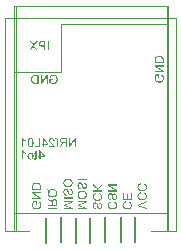
<source format=gbo>
G04*
G04 #@! TF.GenerationSoftware,Altium Limited,Altium Designer,20.2.6 (244)*
G04*
G04 Layer_Color=32896*
%FSLAX24Y24*%
%MOIN*%
G70*
G04*
G04 #@! TF.SameCoordinates,5BA78797-F0C5-4362-90F7-91A5E935EFA1*
G04*
G04*
G04 #@! TF.FilePolarity,Positive*
G04*
G01*
G75*
%ADD15C,0.0039*%
%ADD70R,0.0069X0.0896*%
%ADD71R,0.0069X0.0906*%
%ADD72R,0.0079X0.0906*%
G36*
X1631Y6836D02*
X1748Y6680D01*
X1700D01*
X1624Y6785D01*
X1622Y6787D01*
X1620Y6791D01*
X1615Y6798D01*
X1613Y6801D01*
X1611Y6804D01*
X1610Y6805D01*
X1609Y6806D01*
X1605Y6799D01*
X1601Y6793D01*
X1599Y6791D01*
X1598Y6789D01*
X1597Y6788D01*
X1597Y6787D01*
X1520Y6680D01*
X1471D01*
X1584Y6839D01*
X1479Y6982D01*
X1523D01*
X1583Y6902D01*
X1589Y6895D01*
X1593Y6889D01*
X1597Y6883D01*
X1601Y6878D01*
X1604Y6874D01*
X1606Y6871D01*
X1607Y6869D01*
X1608Y6868D01*
X1611Y6873D01*
X1614Y6879D01*
X1618Y6885D01*
X1622Y6891D01*
X1626Y6896D01*
X1629Y6901D01*
X1630Y6902D01*
X1631Y6904D01*
X1632Y6904D01*
Y6905D01*
X1687Y6982D01*
X1735D01*
X1631Y6836D01*
D02*
G37*
G36*
X2110Y6680D02*
X2070D01*
Y6982D01*
X2110D01*
Y6680D01*
D02*
G37*
G36*
X1999D02*
X1959D01*
Y6803D01*
X1881D01*
X1870Y6803D01*
X1859Y6804D01*
X1850Y6805D01*
X1841Y6807D01*
X1832Y6809D01*
X1826Y6811D01*
X1819Y6814D01*
X1813Y6816D01*
X1808Y6819D01*
X1804Y6821D01*
X1801Y6823D01*
X1798Y6826D01*
X1796Y6827D01*
X1794Y6828D01*
X1794Y6829D01*
X1793Y6829D01*
X1789Y6835D01*
X1785Y6840D01*
X1782Y6845D01*
X1779Y6851D01*
X1776Y6857D01*
X1774Y6862D01*
X1771Y6872D01*
X1770Y6877D01*
X1770Y6881D01*
X1769Y6885D01*
X1769Y6888D01*
X1768Y6891D01*
Y6893D01*
Y6894D01*
Y6895D01*
X1769Y6903D01*
X1770Y6911D01*
X1771Y6918D01*
X1773Y6924D01*
X1774Y6929D01*
X1776Y6933D01*
X1777Y6935D01*
X1777Y6936D01*
X1781Y6943D01*
X1785Y6948D01*
X1789Y6954D01*
X1793Y6957D01*
X1797Y6961D01*
X1799Y6963D01*
X1801Y6964D01*
X1802Y6965D01*
X1808Y6968D01*
X1814Y6971D01*
X1820Y6974D01*
X1826Y6976D01*
X1831Y6978D01*
X1835Y6978D01*
X1838Y6979D01*
X1839D01*
X1846Y6980D01*
X1853Y6981D01*
X1861Y6982D01*
X1868Y6982D01*
X1875Y6982D01*
X1999D01*
Y6680D01*
D02*
G37*
G36*
X2215Y3753D02*
X2222Y3753D01*
X2229Y3752D01*
X2236Y3750D01*
X2242Y3748D01*
X2248Y3747D01*
X2253Y3745D01*
X2258Y3742D01*
X2262Y3740D01*
X2266Y3738D01*
X2269Y3736D01*
X2271Y3734D01*
X2274Y3733D01*
X2275Y3732D01*
X2276Y3731D01*
X2276Y3731D01*
X2281Y3727D01*
X2285Y3722D01*
X2288Y3717D01*
X2292Y3711D01*
X2297Y3701D01*
X2300Y3690D01*
X2302Y3686D01*
X2303Y3681D01*
X2304Y3677D01*
X2305Y3673D01*
X2305Y3670D01*
Y3668D01*
X2306Y3667D01*
Y3666D01*
X2267Y3662D01*
X2267Y3672D01*
X2265Y3681D01*
X2262Y3689D01*
X2259Y3695D01*
X2257Y3700D01*
X2254Y3704D01*
X2252Y3706D01*
X2251Y3707D01*
X2245Y3712D01*
X2238Y3716D01*
X2230Y3719D01*
X2224Y3721D01*
X2218Y3722D01*
X2212Y3723D01*
X2211Y3723D01*
X2208D01*
X2199Y3723D01*
X2191Y3721D01*
X2184Y3718D01*
X2177Y3716D01*
X2173Y3713D01*
X2170Y3710D01*
X2167Y3709D01*
X2167Y3708D01*
X2161Y3702D01*
X2157Y3696D01*
X2154Y3689D01*
X2153Y3683D01*
X2151Y3679D01*
X2151Y3674D01*
X2150Y3672D01*
Y3671D01*
Y3671D01*
X2151Y3663D01*
X2153Y3655D01*
X2156Y3647D01*
X2159Y3640D01*
X2163Y3634D01*
X2166Y3630D01*
X2167Y3628D01*
X2167Y3627D01*
X2168Y3626D01*
Y3626D01*
X2172Y3621D01*
X2176Y3616D01*
X2181Y3611D01*
X2186Y3606D01*
X2197Y3595D01*
X2208Y3585D01*
X2214Y3580D01*
X2219Y3575D01*
X2223Y3571D01*
X2227Y3568D01*
X2230Y3565D01*
X2233Y3563D01*
X2235Y3562D01*
X2235Y3561D01*
X2246Y3552D01*
X2256Y3544D01*
X2264Y3536D01*
X2271Y3529D01*
X2277Y3523D01*
X2281Y3519D01*
X2283Y3517D01*
X2284Y3516D01*
Y3516D01*
X2290Y3509D01*
X2295Y3502D01*
X2299Y3495D01*
X2302Y3488D01*
X2305Y3483D01*
X2307Y3479D01*
X2308Y3477D01*
X2308Y3476D01*
Y3476D01*
X2310Y3471D01*
X2311Y3467D01*
X2312Y3462D01*
X2312Y3458D01*
X2313Y3455D01*
Y3452D01*
Y3450D01*
Y3450D01*
X2112D01*
Y3486D01*
X2261D01*
X2256Y3493D01*
X2253Y3496D01*
X2251Y3499D01*
X2249Y3502D01*
X2247Y3504D01*
X2246Y3505D01*
X2245Y3505D01*
X2243Y3508D01*
X2240Y3510D01*
X2234Y3516D01*
X2227Y3522D01*
X2220Y3529D01*
X2213Y3534D01*
X2210Y3537D01*
X2207Y3540D01*
X2205Y3541D01*
X2203Y3543D01*
X2202Y3544D01*
X2202Y3544D01*
X2195Y3550D01*
X2188Y3556D01*
X2182Y3561D01*
X2176Y3566D01*
X2171Y3571D01*
X2167Y3575D01*
X2162Y3579D01*
X2159Y3583D01*
X2155Y3586D01*
X2153Y3589D01*
X2150Y3591D01*
X2148Y3593D01*
X2146Y3596D01*
X2145Y3597D01*
X2139Y3604D01*
X2134Y3611D01*
X2129Y3617D01*
X2126Y3623D01*
X2123Y3627D01*
X2122Y3631D01*
X2121Y3633D01*
X2120Y3634D01*
X2118Y3641D01*
X2116Y3647D01*
X2114Y3653D01*
X2113Y3658D01*
X2113Y3663D01*
X2112Y3667D01*
Y3669D01*
Y3670D01*
X2113Y3676D01*
X2114Y3682D01*
X2115Y3689D01*
X2116Y3694D01*
X2121Y3704D01*
X2125Y3713D01*
X2128Y3717D01*
X2130Y3720D01*
X2132Y3723D01*
X2134Y3725D01*
X2136Y3727D01*
X2137Y3728D01*
X2138Y3729D01*
X2138Y3729D01*
X2143Y3734D01*
X2148Y3738D01*
X2154Y3741D01*
X2160Y3743D01*
X2171Y3748D01*
X2182Y3751D01*
X2187Y3752D01*
X2192Y3752D01*
X2196Y3753D01*
X2200Y3753D01*
X2203Y3754D01*
X2207D01*
X2215Y3753D01*
D02*
G37*
G36*
X1255Y3746D02*
X1260Y3739D01*
X1266Y3732D01*
X1271Y3726D01*
X1276Y3721D01*
X1280Y3717D01*
X1282Y3715D01*
X1283Y3714D01*
X1284Y3714D01*
X1284Y3713D01*
X1293Y3706D01*
X1303Y3699D01*
X1311Y3693D01*
X1320Y3688D01*
X1328Y3683D01*
X1331Y3682D01*
X1333Y3680D01*
X1335Y3679D01*
X1337Y3679D01*
X1338Y3678D01*
X1338D01*
Y3642D01*
X1332Y3644D01*
X1325Y3648D01*
X1319Y3651D01*
X1313Y3654D01*
X1307Y3656D01*
X1303Y3658D01*
X1300Y3660D01*
X1300Y3661D01*
X1300D01*
X1292Y3665D01*
X1285Y3670D01*
X1279Y3675D01*
X1274Y3679D01*
X1269Y3682D01*
X1267Y3684D01*
X1265Y3686D01*
X1264Y3686D01*
Y3450D01*
X1227D01*
Y3754D01*
X1251D01*
X1255Y3746D01*
D02*
G37*
G36*
X3020Y3450D02*
X2982D01*
Y3687D01*
X2823Y3450D01*
X2782D01*
Y3752D01*
X2820D01*
Y3515D01*
X2979Y3752D01*
X3020D01*
Y3450D01*
D02*
G37*
G36*
X2714D02*
X2674D01*
Y3584D01*
X2622D01*
X2618Y3584D01*
X2614D01*
X2611Y3583D01*
X2609Y3583D01*
X2607D01*
X2606Y3582D01*
X2606D01*
X2599Y3580D01*
X2596Y3579D01*
X2593Y3578D01*
X2590Y3576D01*
X2589Y3575D01*
X2588Y3575D01*
X2587Y3575D01*
X2584Y3572D01*
X2580Y3569D01*
X2574Y3562D01*
X2571Y3559D01*
X2569Y3557D01*
X2567Y3555D01*
X2567Y3554D01*
X2562Y3548D01*
X2558Y3542D01*
X2553Y3535D01*
X2548Y3528D01*
X2544Y3522D01*
X2541Y3517D01*
X2540Y3516D01*
X2539Y3514D01*
X2538Y3513D01*
Y3513D01*
X2498Y3450D01*
X2448D01*
X2500Y3532D01*
X2507Y3541D01*
X2512Y3549D01*
X2518Y3555D01*
X2523Y3561D01*
X2527Y3566D01*
X2531Y3569D01*
X2533Y3571D01*
X2534Y3572D01*
X2537Y3575D01*
X2541Y3578D01*
X2549Y3583D01*
X2552Y3585D01*
X2555Y3586D01*
X2557Y3587D01*
X2558Y3588D01*
X2550Y3589D01*
X2542Y3590D01*
X2536Y3592D01*
X2529Y3594D01*
X2524Y3596D01*
X2518Y3599D01*
X2514Y3601D01*
X2509Y3603D01*
X2506Y3606D01*
X2502Y3608D01*
X2500Y3610D01*
X2497Y3612D01*
X2496Y3613D01*
X2494Y3614D01*
X2494Y3615D01*
X2493Y3615D01*
X2490Y3620D01*
X2486Y3624D01*
X2481Y3633D01*
X2478Y3642D01*
X2475Y3651D01*
X2473Y3658D01*
X2473Y3662D01*
Y3665D01*
X2472Y3667D01*
Y3668D01*
Y3669D01*
Y3670D01*
X2473Y3679D01*
X2474Y3687D01*
X2476Y3695D01*
X2479Y3702D01*
X2481Y3707D01*
X2483Y3712D01*
X2485Y3714D01*
X2485Y3715D01*
Y3715D01*
X2490Y3722D01*
X2496Y3728D01*
X2501Y3734D01*
X2507Y3738D01*
X2511Y3741D01*
X2515Y3742D01*
X2518Y3744D01*
X2518Y3744D01*
X2519D01*
X2523Y3745D01*
X2528Y3747D01*
X2537Y3749D01*
X2548Y3750D01*
X2557Y3752D01*
X2566Y3752D01*
X2570D01*
X2574Y3752D01*
X2714D01*
Y3450D01*
D02*
G37*
G36*
X2354Y3757D02*
X2361Y3756D01*
X2368Y3755D01*
X2373Y3753D01*
X2377Y3752D01*
X2380Y3750D01*
X2382Y3749D01*
X2383Y3748D01*
X2388Y3745D01*
X2392Y3741D01*
X2395Y3737D01*
X2397Y3734D01*
X2399Y3731D01*
X2401Y3728D01*
X2401Y3726D01*
X2402Y3725D01*
X2403Y3721D01*
X2404Y3716D01*
X2405Y3710D01*
X2405Y3705D01*
Y3700D01*
X2406Y3696D01*
Y3693D01*
Y3693D01*
Y3693D01*
Y3669D01*
X2438D01*
Y3641D01*
X2406D01*
Y3450D01*
X2368D01*
Y3641D01*
X2326D01*
Y3669D01*
X2368D01*
Y3689D01*
X2368Y3696D01*
X2367Y3702D01*
X2366Y3707D01*
X2365Y3710D01*
X2364Y3713D01*
X2362Y3715D01*
X2362Y3716D01*
X2361Y3716D01*
X2358Y3719D01*
X2355Y3720D01*
X2351Y3722D01*
X2347Y3723D01*
X2344Y3723D01*
X2340Y3724D01*
X2338D01*
X2330Y3723D01*
X2326Y3723D01*
X2323D01*
X2320Y3722D01*
X2318Y3722D01*
X2316Y3721D01*
X2316D01*
X2310Y3754D01*
X2317Y3755D01*
X2323Y3756D01*
X2330Y3757D01*
X2335Y3757D01*
X2339Y3758D01*
X2345D01*
X2354Y3757D01*
D02*
G37*
G36*
X2085Y3557D02*
Y3523D01*
X1953D01*
Y3450D01*
X1916D01*
Y3523D01*
X1875D01*
Y3557D01*
X1916D01*
Y3752D01*
X1946D01*
X2085Y3557D01*
D02*
G37*
G36*
X1823Y3450D02*
X1634D01*
Y3486D01*
X1783D01*
Y3752D01*
X1823D01*
Y3450D01*
D02*
G37*
G36*
X1515Y3753D02*
X1526Y3751D01*
X1535Y3748D01*
X1543Y3745D01*
X1549Y3741D01*
X1552Y3740D01*
X1554Y3738D01*
X1556Y3738D01*
X1557Y3737D01*
X1558Y3736D01*
X1558D01*
X1566Y3729D01*
X1573Y3720D01*
X1578Y3712D01*
X1583Y3704D01*
X1586Y3697D01*
X1588Y3694D01*
X1589Y3691D01*
X1590Y3689D01*
X1591Y3687D01*
X1591Y3686D01*
Y3686D01*
X1593Y3679D01*
X1595Y3672D01*
X1597Y3658D01*
X1599Y3644D01*
X1601Y3630D01*
X1601Y3623D01*
X1602Y3618D01*
Y3613D01*
X1602Y3608D01*
Y3604D01*
Y3601D01*
Y3599D01*
Y3599D01*
X1602Y3584D01*
X1601Y3569D01*
X1599Y3556D01*
X1597Y3544D01*
X1595Y3533D01*
X1592Y3523D01*
X1590Y3513D01*
X1587Y3505D01*
X1584Y3499D01*
X1581Y3492D01*
X1579Y3487D01*
X1577Y3483D01*
X1575Y3480D01*
X1574Y3478D01*
X1573Y3476D01*
X1572Y3476D01*
X1567Y3471D01*
X1562Y3466D01*
X1556Y3461D01*
X1551Y3458D01*
X1545Y3455D01*
X1539Y3452D01*
X1534Y3450D01*
X1529Y3449D01*
X1523Y3447D01*
X1518Y3447D01*
X1514Y3446D01*
X1511Y3445D01*
X1508Y3445D01*
X1503D01*
X1491Y3446D01*
X1480Y3447D01*
X1471Y3450D01*
X1463Y3453D01*
X1457Y3457D01*
X1455Y3458D01*
X1452Y3460D01*
X1451Y3460D01*
X1449Y3461D01*
X1449Y3462D01*
X1449D01*
X1441Y3470D01*
X1434Y3478D01*
X1428Y3486D01*
X1424Y3494D01*
X1421Y3502D01*
X1419Y3505D01*
X1418Y3508D01*
X1417Y3510D01*
X1416Y3512D01*
X1416Y3512D01*
Y3513D01*
X1414Y3519D01*
X1412Y3526D01*
X1409Y3540D01*
X1407Y3554D01*
X1406Y3568D01*
X1405Y3575D01*
X1405Y3580D01*
Y3585D01*
X1404Y3590D01*
Y3594D01*
Y3597D01*
Y3599D01*
Y3599D01*
Y3607D01*
X1405Y3615D01*
Y3622D01*
X1405Y3629D01*
X1406Y3635D01*
X1407Y3641D01*
X1407Y3647D01*
X1408Y3651D01*
X1408Y3656D01*
X1409Y3660D01*
X1410Y3663D01*
X1410Y3665D01*
X1411Y3668D01*
X1411Y3669D01*
X1411Y3670D01*
Y3670D01*
X1414Y3680D01*
X1417Y3689D01*
X1421Y3696D01*
X1423Y3703D01*
X1426Y3708D01*
X1428Y3712D01*
X1430Y3714D01*
X1430Y3715D01*
X1435Y3722D01*
X1440Y3728D01*
X1445Y3732D01*
X1450Y3737D01*
X1454Y3740D01*
X1458Y3742D01*
X1460Y3743D01*
X1460Y3744D01*
X1461D01*
X1468Y3747D01*
X1475Y3749D01*
X1482Y3751D01*
X1489Y3752D01*
X1494Y3753D01*
X1499Y3754D01*
X1503D01*
X1515Y3753D01*
D02*
G37*
G36*
X1254Y3336D02*
X1259Y3329D01*
X1264Y3322D01*
X1269Y3316D01*
X1275Y3311D01*
X1279Y3307D01*
X1280Y3305D01*
X1282Y3304D01*
X1282Y3304D01*
X1283Y3303D01*
X1292Y3296D01*
X1301Y3289D01*
X1310Y3283D01*
X1318Y3278D01*
X1326Y3273D01*
X1329Y3272D01*
X1331Y3270D01*
X1334Y3269D01*
X1335Y3269D01*
X1336Y3268D01*
X1337D01*
Y3232D01*
X1330Y3234D01*
X1324Y3238D01*
X1317Y3241D01*
X1311Y3244D01*
X1306Y3246D01*
X1301Y3248D01*
X1299Y3250D01*
X1298Y3251D01*
X1298D01*
X1290Y3255D01*
X1283Y3260D01*
X1277Y3265D01*
X1272Y3269D01*
X1268Y3272D01*
X1265Y3274D01*
X1263Y3276D01*
X1262Y3276D01*
Y3040D01*
X1225D01*
Y3344D01*
X1249D01*
X1254Y3336D01*
D02*
G37*
G36*
X1701Y3314D02*
Y3259D01*
X1729D01*
Y3231D01*
X1701D01*
Y3104D01*
Y3098D01*
Y3092D01*
X1701Y3088D01*
X1700Y3083D01*
Y3079D01*
X1700Y3075D01*
X1699Y3070D01*
X1698Y3065D01*
X1698Y3062D01*
X1697Y3061D01*
Y3060D01*
X1695Y3056D01*
X1692Y3053D01*
X1690Y3050D01*
X1688Y3048D01*
X1685Y3046D01*
X1683Y3044D01*
X1682Y3043D01*
X1682Y3043D01*
X1677Y3041D01*
X1672Y3040D01*
X1667Y3038D01*
X1661Y3038D01*
X1657Y3037D01*
X1654Y3037D01*
X1650D01*
X1640Y3037D01*
X1636Y3038D01*
X1631Y3039D01*
X1627Y3039D01*
X1624Y3040D01*
X1623Y3040D01*
X1622D01*
X1626Y3073D01*
X1630Y3072D01*
X1633Y3072D01*
X1637D01*
X1639Y3071D01*
X1643D01*
X1649Y3072D01*
X1653Y3073D01*
X1655Y3074D01*
X1656Y3074D01*
X1659Y3076D01*
X1661Y3078D01*
X1662Y3080D01*
X1662Y3081D01*
X1663Y3083D01*
X1663Y3086D01*
X1664Y3093D01*
X1664Y3096D01*
Y3099D01*
Y3101D01*
Y3102D01*
Y3231D01*
X1626D01*
Y3259D01*
X1664D01*
Y3336D01*
X1701Y3314D01*
D02*
G37*
G36*
X1966Y3147D02*
Y3113D01*
X1834D01*
Y3040D01*
X1797D01*
Y3113D01*
X1756D01*
Y3147D01*
X1797D01*
Y3342D01*
X1827D01*
X1966Y3147D01*
D02*
G37*
G36*
X1508Y3264D02*
X1515Y3263D01*
X1529Y3260D01*
X1541Y3256D01*
X1546Y3254D01*
X1551Y3252D01*
X1555Y3250D01*
X1559Y3248D01*
X1562Y3245D01*
X1565Y3244D01*
X1567Y3242D01*
X1569Y3241D01*
X1570Y3240D01*
X1570Y3240D01*
X1576Y3234D01*
X1581Y3227D01*
X1586Y3220D01*
X1589Y3213D01*
X1593Y3206D01*
X1595Y3198D01*
X1598Y3191D01*
X1599Y3184D01*
X1601Y3177D01*
X1602Y3171D01*
X1603Y3165D01*
X1603Y3160D01*
Y3155D01*
X1604Y3152D01*
Y3151D01*
Y3150D01*
X1603Y3140D01*
X1602Y3130D01*
X1601Y3121D01*
X1599Y3113D01*
X1597Y3106D01*
X1595Y3099D01*
X1592Y3092D01*
X1590Y3086D01*
X1587Y3081D01*
X1585Y3077D01*
X1582Y3073D01*
X1580Y3070D01*
X1578Y3068D01*
X1577Y3066D01*
X1576Y3065D01*
X1576Y3064D01*
X1570Y3059D01*
X1564Y3055D01*
X1558Y3051D01*
X1552Y3047D01*
X1546Y3045D01*
X1540Y3042D01*
X1528Y3039D01*
X1522Y3038D01*
X1517Y3037D01*
X1513Y3036D01*
X1509Y3036D01*
X1505Y3035D01*
X1501D01*
X1491Y3036D01*
X1481Y3037D01*
X1472Y3040D01*
X1464Y3042D01*
X1458Y3044D01*
X1455Y3045D01*
X1453Y3046D01*
X1451Y3047D01*
X1450Y3048D01*
X1449Y3048D01*
X1449D01*
X1440Y3054D01*
X1432Y3060D01*
X1426Y3066D01*
X1421Y3072D01*
X1417Y3078D01*
X1414Y3082D01*
X1413Y3084D01*
X1412Y3085D01*
X1411Y3085D01*
Y3086D01*
X1407Y3096D01*
X1404Y3107D01*
X1401Y3118D01*
X1400Y3129D01*
X1399Y3134D01*
Y3138D01*
X1399Y3142D01*
X1398Y3146D01*
Y3149D01*
Y3151D01*
Y3152D01*
Y3153D01*
X1399Y3162D01*
X1400Y3171D01*
X1401Y3179D01*
X1403Y3187D01*
X1405Y3195D01*
X1408Y3201D01*
X1410Y3208D01*
X1413Y3213D01*
X1415Y3218D01*
X1418Y3222D01*
X1421Y3226D01*
X1423Y3229D01*
X1425Y3231D01*
X1426Y3233D01*
X1427Y3234D01*
X1427Y3234D01*
X1433Y3240D01*
X1439Y3244D01*
X1445Y3248D01*
X1451Y3252D01*
X1457Y3255D01*
X1463Y3257D01*
X1475Y3261D01*
X1481Y3262D01*
X1485Y3262D01*
X1490Y3263D01*
X1494Y3264D01*
X1497Y3264D01*
X1501D01*
X1508Y3264D01*
D02*
G37*
G36*
X5176Y2207D02*
X5169Y2206D01*
X5162Y2203D01*
X5156Y2201D01*
X5150Y2199D01*
X5145Y2196D01*
X5141Y2194D01*
X5136Y2191D01*
X5132Y2188D01*
X5129Y2186D01*
X5126Y2183D01*
X5124Y2181D01*
X5122Y2179D01*
X5120Y2178D01*
X5119Y2176D01*
X5119Y2176D01*
X5118Y2176D01*
X5115Y2171D01*
X5112Y2166D01*
X5107Y2157D01*
X5104Y2148D01*
X5101Y2138D01*
X5100Y2130D01*
X5099Y2127D01*
Y2124D01*
X5099Y2122D01*
Y2119D01*
X5099Y2109D01*
X5101Y2099D01*
X5103Y2090D01*
X5106Y2082D01*
X5108Y2076D01*
X5110Y2074D01*
X5111Y2072D01*
X5112Y2070D01*
X5112Y2068D01*
X5113Y2068D01*
Y2067D01*
X5119Y2059D01*
X5125Y2052D01*
X5133Y2046D01*
X5140Y2041D01*
X5146Y2037D01*
X5151Y2034D01*
X5153Y2033D01*
X5155Y2033D01*
X5156Y2032D01*
X5156D01*
X5167Y2029D01*
X5179Y2026D01*
X5190Y2024D01*
X5201Y2023D01*
X5205Y2022D01*
X5210Y2022D01*
X5214D01*
X5217Y2021D01*
X5219D01*
X5222D01*
X5223D01*
X5223D01*
X5235Y2022D01*
X5245Y2023D01*
X5255Y2024D01*
X5264Y2026D01*
X5271Y2027D01*
X5274Y2028D01*
X5277Y2029D01*
X5279Y2030D01*
X5280Y2030D01*
X5281Y2030D01*
X5282D01*
X5292Y2035D01*
X5301Y2040D01*
X5308Y2045D01*
X5315Y2051D01*
X5320Y2055D01*
X5323Y2059D01*
X5326Y2062D01*
X5327Y2063D01*
Y2063D01*
X5332Y2072D01*
X5337Y2082D01*
X5340Y2092D01*
X5341Y2101D01*
X5343Y2110D01*
X5343Y2113D01*
Y2116D01*
X5344Y2118D01*
Y2122D01*
X5343Y2133D01*
X5341Y2143D01*
X5339Y2151D01*
X5336Y2158D01*
X5333Y2164D01*
X5331Y2169D01*
X5329Y2171D01*
X5328Y2172D01*
X5322Y2179D01*
X5314Y2186D01*
X5306Y2191D01*
X5299Y2195D01*
X5292Y2199D01*
X5288Y2200D01*
X5285Y2201D01*
X5283Y2202D01*
X5282Y2203D01*
X5281Y2203D01*
X5280D01*
X5289Y2242D01*
X5297Y2240D01*
X5304Y2237D01*
X5311Y2234D01*
X5317Y2231D01*
X5323Y2227D01*
X5328Y2223D01*
X5334Y2220D01*
X5338Y2216D01*
X5341Y2213D01*
X5345Y2210D01*
X5348Y2207D01*
X5350Y2204D01*
X5352Y2202D01*
X5354Y2200D01*
X5354Y2200D01*
X5354Y2199D01*
X5358Y2193D01*
X5362Y2187D01*
X5365Y2181D01*
X5368Y2174D01*
X5372Y2161D01*
X5375Y2149D01*
X5376Y2144D01*
X5376Y2139D01*
X5377Y2134D01*
X5377Y2130D01*
X5378Y2127D01*
Y2123D01*
X5377Y2108D01*
X5375Y2094D01*
X5372Y2082D01*
X5370Y2076D01*
X5368Y2071D01*
X5367Y2066D01*
X5365Y2062D01*
X5364Y2058D01*
X5362Y2055D01*
X5361Y2053D01*
X5360Y2051D01*
X5360Y2050D01*
X5359Y2049D01*
X5352Y2037D01*
X5343Y2027D01*
X5334Y2019D01*
X5326Y2011D01*
X5318Y2006D01*
X5314Y2003D01*
X5311Y2002D01*
X5309Y2000D01*
X5307Y1999D01*
X5306Y1999D01*
X5306Y1998D01*
X5292Y1992D01*
X5278Y1988D01*
X5264Y1985D01*
X5251Y1982D01*
X5246Y1981D01*
X5240Y1981D01*
X5236Y1981D01*
X5231D01*
X5228Y1980D01*
X5226D01*
X5224D01*
X5223D01*
X5208Y1981D01*
X5192Y1983D01*
X5179Y1985D01*
X5172Y1987D01*
X5167Y1988D01*
X5161Y1989D01*
X5157Y1991D01*
X5152Y1992D01*
X5149Y1993D01*
X5146Y1995D01*
X5144Y1995D01*
X5143Y1996D01*
X5142D01*
X5129Y2002D01*
X5117Y2010D01*
X5107Y2018D01*
X5103Y2022D01*
X5099Y2025D01*
X5096Y2029D01*
X5093Y2032D01*
X5090Y2035D01*
X5088Y2038D01*
X5087Y2040D01*
X5085Y2041D01*
X5085Y2042D01*
X5084Y2043D01*
X5081Y2049D01*
X5078Y2055D01*
X5073Y2068D01*
X5070Y2081D01*
X5067Y2094D01*
X5066Y2100D01*
X5066Y2105D01*
X5065Y2110D01*
Y2114D01*
X5065Y2117D01*
Y2122D01*
X5065Y2131D01*
X5066Y2139D01*
X5067Y2147D01*
X5069Y2155D01*
X5071Y2162D01*
X5073Y2168D01*
X5075Y2174D01*
X5078Y2180D01*
X5080Y2185D01*
X5082Y2190D01*
X5084Y2193D01*
X5087Y2196D01*
X5088Y2199D01*
X5089Y2201D01*
X5090Y2202D01*
X5091Y2202D01*
X5096Y2208D01*
X5101Y2214D01*
X5107Y2218D01*
X5113Y2223D01*
X5125Y2231D01*
X5138Y2237D01*
X5143Y2240D01*
X5149Y2242D01*
X5153Y2244D01*
X5157Y2245D01*
X5161Y2246D01*
X5164Y2247D01*
X5165Y2248D01*
X5166D01*
X5176Y2207D01*
D02*
G37*
G36*
Y1902D02*
X5169Y1901D01*
X5162Y1898D01*
X5156Y1896D01*
X5150Y1894D01*
X5145Y1891D01*
X5141Y1889D01*
X5136Y1886D01*
X5132Y1883D01*
X5129Y1881D01*
X5126Y1878D01*
X5124Y1876D01*
X5122Y1874D01*
X5120Y1873D01*
X5119Y1871D01*
X5119Y1871D01*
X5118Y1870D01*
X5115Y1866D01*
X5112Y1861D01*
X5107Y1852D01*
X5104Y1843D01*
X5101Y1833D01*
X5100Y1825D01*
X5099Y1822D01*
Y1819D01*
X5099Y1817D01*
Y1814D01*
X5099Y1804D01*
X5101Y1794D01*
X5103Y1785D01*
X5106Y1777D01*
X5108Y1771D01*
X5110Y1769D01*
X5111Y1766D01*
X5112Y1765D01*
X5112Y1763D01*
X5113Y1763D01*
Y1762D01*
X5119Y1754D01*
X5125Y1747D01*
X5133Y1741D01*
X5140Y1736D01*
X5146Y1732D01*
X5151Y1729D01*
X5153Y1728D01*
X5155Y1728D01*
X5156Y1727D01*
X5156D01*
X5167Y1724D01*
X5179Y1721D01*
X5190Y1719D01*
X5201Y1718D01*
X5205Y1717D01*
X5210Y1717D01*
X5214D01*
X5217Y1716D01*
X5219D01*
X5222D01*
X5223D01*
X5223D01*
X5235Y1717D01*
X5245Y1718D01*
X5255Y1719D01*
X5264Y1721D01*
X5271Y1722D01*
X5274Y1723D01*
X5277Y1724D01*
X5279Y1725D01*
X5280Y1725D01*
X5281Y1725D01*
X5282D01*
X5292Y1730D01*
X5301Y1735D01*
X5308Y1740D01*
X5315Y1746D01*
X5320Y1750D01*
X5323Y1754D01*
X5326Y1757D01*
X5327Y1758D01*
Y1758D01*
X5332Y1767D01*
X5337Y1777D01*
X5340Y1787D01*
X5341Y1796D01*
X5343Y1805D01*
X5343Y1808D01*
Y1811D01*
X5344Y1813D01*
Y1817D01*
X5343Y1828D01*
X5341Y1838D01*
X5339Y1846D01*
X5336Y1853D01*
X5333Y1859D01*
X5331Y1864D01*
X5329Y1866D01*
X5328Y1867D01*
X5322Y1874D01*
X5314Y1881D01*
X5306Y1886D01*
X5299Y1890D01*
X5292Y1894D01*
X5288Y1895D01*
X5285Y1896D01*
X5283Y1897D01*
X5282Y1898D01*
X5281Y1898D01*
X5280D01*
X5289Y1937D01*
X5297Y1935D01*
X5304Y1932D01*
X5311Y1929D01*
X5317Y1926D01*
X5323Y1922D01*
X5328Y1918D01*
X5334Y1915D01*
X5338Y1911D01*
X5341Y1908D01*
X5345Y1905D01*
X5348Y1902D01*
X5350Y1899D01*
X5352Y1897D01*
X5354Y1895D01*
X5354Y1895D01*
X5354Y1894D01*
X5358Y1888D01*
X5362Y1882D01*
X5365Y1876D01*
X5368Y1869D01*
X5372Y1856D01*
X5375Y1844D01*
X5376Y1839D01*
X5376Y1834D01*
X5377Y1829D01*
X5377Y1825D01*
X5378Y1822D01*
Y1818D01*
X5377Y1803D01*
X5375Y1789D01*
X5372Y1777D01*
X5370Y1771D01*
X5368Y1766D01*
X5367Y1761D01*
X5365Y1757D01*
X5364Y1753D01*
X5362Y1750D01*
X5361Y1748D01*
X5360Y1746D01*
X5360Y1745D01*
X5359Y1744D01*
X5352Y1732D01*
X5343Y1722D01*
X5334Y1714D01*
X5326Y1706D01*
X5318Y1700D01*
X5314Y1698D01*
X5311Y1697D01*
X5309Y1695D01*
X5307Y1694D01*
X5306Y1693D01*
X5306Y1693D01*
X5292Y1687D01*
X5278Y1683D01*
X5264Y1680D01*
X5251Y1677D01*
X5246Y1676D01*
X5240Y1676D01*
X5236Y1676D01*
X5231D01*
X5228Y1675D01*
X5226D01*
X5224D01*
X5223D01*
X5208Y1676D01*
X5192Y1678D01*
X5179Y1680D01*
X5172Y1682D01*
X5167Y1683D01*
X5161Y1684D01*
X5157Y1686D01*
X5152Y1687D01*
X5149Y1688D01*
X5146Y1690D01*
X5144Y1690D01*
X5143Y1691D01*
X5142D01*
X5129Y1697D01*
X5117Y1705D01*
X5107Y1713D01*
X5103Y1717D01*
X5099Y1720D01*
X5096Y1724D01*
X5093Y1727D01*
X5090Y1730D01*
X5088Y1733D01*
X5087Y1735D01*
X5085Y1736D01*
X5085Y1737D01*
X5084Y1738D01*
X5081Y1744D01*
X5078Y1750D01*
X5073Y1763D01*
X5070Y1776D01*
X5067Y1789D01*
X5066Y1795D01*
X5066Y1800D01*
X5065Y1805D01*
Y1809D01*
X5065Y1812D01*
Y1817D01*
X5065Y1826D01*
X5066Y1834D01*
X5067Y1842D01*
X5069Y1850D01*
X5071Y1857D01*
X5073Y1863D01*
X5075Y1869D01*
X5078Y1875D01*
X5080Y1880D01*
X5082Y1884D01*
X5084Y1888D01*
X5087Y1891D01*
X5088Y1894D01*
X5089Y1896D01*
X5090Y1897D01*
X5091Y1897D01*
X5096Y1903D01*
X5101Y1909D01*
X5107Y1913D01*
X5113Y1918D01*
X5125Y1926D01*
X5138Y1932D01*
X5143Y1935D01*
X5149Y1937D01*
X5153Y1939D01*
X5157Y1940D01*
X5161Y1941D01*
X5164Y1942D01*
X5165Y1943D01*
X5166D01*
X5176Y1902D01*
D02*
G37*
G36*
X5372Y1610D02*
X5153Y1528D01*
X5143Y1524D01*
X5135Y1521D01*
X5126Y1519D01*
X5119Y1517D01*
X5112Y1514D01*
X5108Y1513D01*
X5106Y1513D01*
X5105Y1512D01*
X5104Y1512D01*
X5103D01*
X5121Y1506D01*
X5129Y1504D01*
X5136Y1501D01*
X5143Y1499D01*
X5146Y1498D01*
X5148Y1498D01*
X5150Y1497D01*
X5151Y1496D01*
X5152Y1496D01*
X5153D01*
X5372Y1417D01*
Y1374D01*
X5070Y1491D01*
Y1533D01*
X5372Y1651D01*
Y1610D01*
D02*
G37*
G36*
X5807Y6494D02*
X5821Y6492D01*
X5833Y6490D01*
X5839Y6489D01*
X5844Y6488D01*
X5848Y6487D01*
X5852Y6486D01*
X5856Y6485D01*
X5859Y6484D01*
X5862Y6483D01*
X5863Y6482D01*
X5864Y6482D01*
X5865D01*
X5876Y6477D01*
X5886Y6471D01*
X5895Y6465D01*
X5902Y6460D01*
X5908Y6454D01*
X5913Y6450D01*
X5914Y6448D01*
X5915Y6447D01*
X5916Y6446D01*
X5916Y6446D01*
X5922Y6439D01*
X5926Y6432D01*
X5930Y6424D01*
X5933Y6417D01*
X5935Y6411D01*
X5937Y6406D01*
X5938Y6405D01*
Y6403D01*
X5938Y6402D01*
Y6402D01*
X5939Y6394D01*
X5941Y6386D01*
X5942Y6377D01*
X5942Y6368D01*
X5942Y6360D01*
Y6244D01*
X5640D01*
Y6353D01*
X5640Y6363D01*
X5641Y6372D01*
X5642Y6380D01*
X5643Y6387D01*
X5644Y6394D01*
X5644Y6398D01*
X5644Y6399D01*
X5645Y6401D01*
Y6401D01*
X5647Y6409D01*
X5650Y6416D01*
X5652Y6422D01*
X5654Y6428D01*
X5657Y6432D01*
X5658Y6435D01*
X5660Y6437D01*
X5660Y6438D01*
X5664Y6443D01*
X5669Y6448D01*
X5673Y6453D01*
X5678Y6457D01*
X5682Y6460D01*
X5685Y6463D01*
X5687Y6465D01*
X5688Y6465D01*
X5695Y6470D01*
X5702Y6474D01*
X5709Y6478D01*
X5716Y6480D01*
X5722Y6483D01*
X5727Y6484D01*
X5729Y6485D01*
X5730Y6485D01*
X5731Y6486D01*
X5731D01*
X5742Y6488D01*
X5752Y6491D01*
X5762Y6492D01*
X5772Y6493D01*
X5780Y6494D01*
X5784D01*
X5787Y6494D01*
X5789D01*
X5791D01*
X5792D01*
X5793D01*
X5807Y6494D01*
D02*
G37*
G36*
X5942Y6138D02*
X5705D01*
X5942Y5980D01*
Y5939D01*
X5640D01*
Y5977D01*
X5877D01*
X5640Y6135D01*
Y6177D01*
X5942D01*
Y6138D01*
D02*
G37*
G36*
X5794Y5752D02*
X5758D01*
Y5841D01*
X5702D01*
X5697Y5836D01*
X5693Y5829D01*
X5690Y5823D01*
X5687Y5817D01*
X5684Y5812D01*
X5682Y5807D01*
X5681Y5805D01*
X5681Y5804D01*
X5680Y5803D01*
Y5803D01*
X5677Y5794D01*
X5675Y5784D01*
X5673Y5776D01*
X5672Y5768D01*
X5671Y5762D01*
Y5759D01*
X5671Y5756D01*
Y5752D01*
X5671Y5741D01*
X5673Y5731D01*
X5675Y5721D01*
X5677Y5712D01*
X5680Y5705D01*
X5681Y5702D01*
X5682Y5700D01*
X5682Y5698D01*
X5683Y5697D01*
X5684Y5696D01*
Y5695D01*
X5689Y5686D01*
X5695Y5678D01*
X5702Y5671D01*
X5709Y5665D01*
X5715Y5660D01*
X5720Y5657D01*
X5721Y5656D01*
X5723Y5656D01*
X5723Y5655D01*
X5724D01*
X5735Y5650D01*
X5746Y5647D01*
X5758Y5645D01*
X5768Y5643D01*
X5773Y5642D01*
X5778Y5642D01*
X5782Y5642D01*
X5786D01*
X5788Y5641D01*
X5790D01*
X5792D01*
X5792D01*
X5804Y5642D01*
X5815Y5643D01*
X5826Y5645D01*
X5835Y5647D01*
X5839Y5648D01*
X5842Y5649D01*
X5845Y5650D01*
X5848Y5651D01*
X5850Y5652D01*
X5852Y5652D01*
X5852Y5652D01*
X5853D01*
X5859Y5656D01*
X5865Y5659D01*
X5870Y5662D01*
X5874Y5665D01*
X5878Y5667D01*
X5881Y5669D01*
X5883Y5671D01*
X5883Y5672D01*
X5888Y5676D01*
X5892Y5682D01*
X5896Y5687D01*
X5899Y5693D01*
X5901Y5697D01*
X5904Y5701D01*
X5904Y5703D01*
X5905Y5704D01*
X5908Y5712D01*
X5910Y5720D01*
X5911Y5728D01*
X5913Y5735D01*
X5913Y5742D01*
Y5745D01*
X5914Y5747D01*
Y5752D01*
X5913Y5760D01*
X5912Y5768D01*
X5911Y5775D01*
X5910Y5781D01*
X5908Y5786D01*
X5907Y5790D01*
X5906Y5792D01*
X5905Y5793D01*
X5902Y5800D01*
X5899Y5805D01*
X5895Y5811D01*
X5892Y5815D01*
X5889Y5818D01*
X5886Y5820D01*
X5885Y5822D01*
X5884Y5822D01*
X5879Y5826D01*
X5873Y5829D01*
X5867Y5832D01*
X5861Y5835D01*
X5856Y5836D01*
X5852Y5838D01*
X5850Y5838D01*
X5849Y5839D01*
X5848Y5839D01*
X5848D01*
X5858Y5875D01*
X5869Y5872D01*
X5878Y5868D01*
X5887Y5864D01*
X5894Y5861D01*
X5900Y5857D01*
X5904Y5855D01*
X5906Y5853D01*
X5907Y5852D01*
X5914Y5846D01*
X5920Y5839D01*
X5925Y5832D01*
X5929Y5826D01*
X5932Y5820D01*
X5935Y5815D01*
X5936Y5813D01*
X5936Y5812D01*
X5937Y5811D01*
Y5811D01*
X5940Y5801D01*
X5943Y5790D01*
X5945Y5780D01*
X5946Y5771D01*
X5947Y5763D01*
Y5760D01*
X5948Y5757D01*
Y5743D01*
X5947Y5735D01*
X5945Y5720D01*
X5943Y5713D01*
X5942Y5706D01*
X5940Y5700D01*
X5938Y5694D01*
X5937Y5689D01*
X5935Y5685D01*
X5933Y5681D01*
X5932Y5677D01*
X5931Y5675D01*
X5930Y5673D01*
X5929Y5672D01*
X5929Y5671D01*
X5925Y5665D01*
X5921Y5659D01*
X5912Y5649D01*
X5903Y5639D01*
X5893Y5632D01*
X5885Y5626D01*
X5881Y5624D01*
X5878Y5622D01*
X5875Y5620D01*
X5873Y5619D01*
X5872Y5619D01*
X5872Y5618D01*
X5857Y5612D01*
X5843Y5608D01*
X5829Y5604D01*
X5822Y5604D01*
X5816Y5602D01*
X5810Y5602D01*
X5806Y5601D01*
X5801Y5600D01*
X5797D01*
X5794Y5600D01*
X5792D01*
X5790D01*
X5789D01*
X5773Y5601D01*
X5758Y5603D01*
X5751Y5604D01*
X5744Y5606D01*
X5738Y5607D01*
X5732Y5609D01*
X5727Y5611D01*
X5723Y5613D01*
X5718Y5614D01*
X5715Y5615D01*
X5712Y5617D01*
X5710Y5617D01*
X5709Y5618D01*
X5709D01*
X5696Y5626D01*
X5685Y5635D01*
X5675Y5644D01*
X5668Y5653D01*
X5661Y5661D01*
X5659Y5664D01*
X5657Y5667D01*
X5656Y5670D01*
X5654Y5672D01*
X5654Y5673D01*
X5654Y5673D01*
X5650Y5680D01*
X5647Y5687D01*
X5643Y5701D01*
X5640Y5715D01*
X5637Y5728D01*
X5637Y5733D01*
X5636Y5739D01*
X5635Y5743D01*
Y5747D01*
X5635Y5750D01*
Y5755D01*
X5635Y5767D01*
X5637Y5779D01*
X5639Y5790D01*
X5641Y5799D01*
X5642Y5803D01*
X5643Y5807D01*
X5644Y5811D01*
X5645Y5814D01*
X5646Y5816D01*
X5646Y5818D01*
X5647Y5818D01*
Y5819D01*
X5651Y5831D01*
X5657Y5842D01*
X5663Y5852D01*
X5669Y5861D01*
X5671Y5865D01*
X5674Y5869D01*
X5676Y5872D01*
X5678Y5875D01*
X5680Y5877D01*
X5681Y5879D01*
X5682Y5880D01*
X5682Y5880D01*
X5794D01*
Y5752D01*
D02*
G37*
G36*
X4606Y1731D02*
X4709D01*
Y1898D01*
X4744D01*
Y1731D01*
X4837D01*
Y1910D01*
X4872D01*
Y1691D01*
X4570D01*
Y1917D01*
X4606D01*
Y1731D01*
D02*
G37*
G36*
X4676Y1601D02*
X4669Y1599D01*
X4662Y1597D01*
X4656Y1595D01*
X4650Y1593D01*
X4645Y1590D01*
X4641Y1587D01*
X4636Y1584D01*
X4632Y1582D01*
X4629Y1579D01*
X4626Y1577D01*
X4624Y1575D01*
X4622Y1573D01*
X4620Y1571D01*
X4619Y1570D01*
X4619Y1569D01*
X4618Y1569D01*
X4615Y1565D01*
X4612Y1560D01*
X4607Y1550D01*
X4604Y1541D01*
X4601Y1532D01*
X4600Y1524D01*
X4599Y1521D01*
Y1518D01*
X4599Y1515D01*
Y1512D01*
X4599Y1502D01*
X4601Y1492D01*
X4603Y1484D01*
X4606Y1476D01*
X4608Y1470D01*
X4610Y1467D01*
X4611Y1465D01*
X4612Y1463D01*
X4612Y1462D01*
X4613Y1461D01*
Y1461D01*
X4619Y1452D01*
X4626Y1445D01*
X4633Y1439D01*
X4640Y1434D01*
X4646Y1430D01*
X4651Y1428D01*
X4653Y1427D01*
X4655Y1426D01*
X4656Y1426D01*
X4656D01*
X4667Y1422D01*
X4679Y1419D01*
X4690Y1417D01*
X4701Y1416D01*
X4705Y1416D01*
X4710Y1415D01*
X4714D01*
X4717Y1415D01*
X4719D01*
X4722D01*
X4723D01*
X4723D01*
X4735Y1415D01*
X4745Y1416D01*
X4755Y1418D01*
X4764Y1419D01*
X4771Y1421D01*
X4774Y1422D01*
X4777Y1423D01*
X4779Y1423D01*
X4780Y1423D01*
X4781Y1424D01*
X4782D01*
X4792Y1428D01*
X4801Y1433D01*
X4808Y1438D01*
X4815Y1444D01*
X4820Y1449D01*
X4823Y1453D01*
X4826Y1456D01*
X4827Y1456D01*
Y1457D01*
X4832Y1466D01*
X4837Y1476D01*
X4840Y1485D01*
X4841Y1495D01*
X4843Y1503D01*
X4843Y1506D01*
Y1510D01*
X4844Y1512D01*
Y1515D01*
X4843Y1526D01*
X4841Y1536D01*
X4839Y1544D01*
X4836Y1552D01*
X4833Y1558D01*
X4831Y1562D01*
X4829Y1565D01*
X4828Y1565D01*
X4822Y1572D01*
X4814Y1579D01*
X4806Y1584D01*
X4799Y1589D01*
X4792Y1592D01*
X4788Y1593D01*
X4785Y1594D01*
X4783Y1595D01*
X4782Y1596D01*
X4781Y1596D01*
X4780D01*
X4789Y1636D01*
X4797Y1633D01*
X4804Y1631D01*
X4811Y1627D01*
X4817Y1624D01*
X4823Y1621D01*
X4828Y1617D01*
X4834Y1613D01*
X4838Y1610D01*
X4841Y1606D01*
X4845Y1603D01*
X4848Y1600D01*
X4850Y1598D01*
X4852Y1596D01*
X4854Y1594D01*
X4854Y1593D01*
X4854Y1593D01*
X4858Y1586D01*
X4862Y1580D01*
X4865Y1574D01*
X4868Y1568D01*
X4872Y1555D01*
X4875Y1543D01*
X4876Y1537D01*
X4876Y1532D01*
X4877Y1527D01*
X4877Y1524D01*
X4878Y1520D01*
Y1516D01*
X4877Y1502D01*
X4875Y1488D01*
X4872Y1475D01*
X4870Y1470D01*
X4868Y1465D01*
X4867Y1460D01*
X4865Y1455D01*
X4864Y1452D01*
X4862Y1448D01*
X4861Y1446D01*
X4860Y1444D01*
X4860Y1443D01*
X4859Y1443D01*
X4852Y1431D01*
X4843Y1421D01*
X4834Y1412D01*
X4826Y1405D01*
X4818Y1399D01*
X4814Y1397D01*
X4811Y1395D01*
X4809Y1393D01*
X4807Y1392D01*
X4806Y1392D01*
X4806Y1392D01*
X4792Y1385D01*
X4778Y1381D01*
X4764Y1378D01*
X4751Y1376D01*
X4746Y1375D01*
X4740Y1374D01*
X4736Y1374D01*
X4731D01*
X4728Y1374D01*
X4726D01*
X4724D01*
X4723D01*
X4708Y1374D01*
X4692Y1376D01*
X4679Y1378D01*
X4672Y1380D01*
X4667Y1381D01*
X4661Y1383D01*
X4657Y1385D01*
X4652Y1386D01*
X4649Y1387D01*
X4646Y1388D01*
X4644Y1388D01*
X4643Y1389D01*
X4642D01*
X4629Y1396D01*
X4617Y1403D01*
X4607Y1411D01*
X4603Y1415D01*
X4599Y1419D01*
X4596Y1422D01*
X4593Y1426D01*
X4590Y1429D01*
X4588Y1431D01*
X4587Y1433D01*
X4585Y1435D01*
X4585Y1436D01*
X4584Y1436D01*
X4581Y1442D01*
X4578Y1448D01*
X4573Y1461D01*
X4570Y1475D01*
X4567Y1487D01*
X4566Y1493D01*
X4566Y1499D01*
X4565Y1503D01*
Y1507D01*
X4565Y1511D01*
Y1516D01*
X4565Y1524D01*
X4566Y1533D01*
X4567Y1541D01*
X4569Y1548D01*
X4571Y1555D01*
X4573Y1562D01*
X4575Y1568D01*
X4578Y1573D01*
X4580Y1578D01*
X4582Y1583D01*
X4584Y1586D01*
X4587Y1590D01*
X4588Y1592D01*
X4589Y1594D01*
X4590Y1595D01*
X4591Y1596D01*
X4596Y1602D01*
X4601Y1607D01*
X4607Y1612D01*
X4613Y1617D01*
X4626Y1624D01*
X4638Y1631D01*
X4643Y1633D01*
X4649Y1635D01*
X4653Y1637D01*
X4657Y1638D01*
X4661Y1640D01*
X4664Y1641D01*
X4665Y1641D01*
X4666D01*
X4676Y1601D01*
D02*
G37*
G36*
X4382Y2172D02*
X4145D01*
X4382Y2013D01*
Y1972D01*
X4080D01*
Y2010D01*
X4317D01*
X4080Y2169D01*
Y2210D01*
X4382D01*
Y2172D01*
D02*
G37*
G36*
X4174Y1917D02*
X4182Y1916D01*
X4189Y1913D01*
X4195Y1911D01*
X4201Y1909D01*
X4205Y1907D01*
X4207Y1905D01*
X4208Y1905D01*
X4214Y1899D01*
X4220Y1893D01*
X4226Y1887D01*
X4230Y1880D01*
X4234Y1874D01*
X4236Y1870D01*
X4237Y1868D01*
X4238Y1867D01*
X4239Y1866D01*
Y1865D01*
X4240Y1862D01*
X4242Y1857D01*
X4243Y1853D01*
X4245Y1847D01*
X4248Y1836D01*
X4251Y1825D01*
X4253Y1820D01*
X4254Y1815D01*
X4255Y1810D01*
X4256Y1806D01*
X4257Y1803D01*
X4257Y1801D01*
X4258Y1799D01*
Y1798D01*
X4260Y1790D01*
X4262Y1782D01*
X4264Y1775D01*
X4266Y1769D01*
X4268Y1763D01*
X4270Y1758D01*
X4271Y1754D01*
X4273Y1750D01*
X4274Y1747D01*
X4276Y1744D01*
X4277Y1742D01*
X4278Y1741D01*
X4279Y1739D01*
X4280Y1738D01*
X4284Y1734D01*
X4288Y1732D01*
X4293Y1729D01*
X4297Y1728D01*
X4301Y1727D01*
X4304Y1727D01*
X4305D01*
X4306D01*
X4313Y1728D01*
X4319Y1729D01*
X4325Y1732D01*
X4330Y1735D01*
X4333Y1738D01*
X4336Y1740D01*
X4338Y1742D01*
X4338Y1743D01*
X4340Y1746D01*
X4343Y1750D01*
X4346Y1758D01*
X4348Y1767D01*
X4350Y1776D01*
X4351Y1784D01*
X4351Y1787D01*
X4352Y1790D01*
Y1796D01*
X4351Y1808D01*
X4350Y1819D01*
X4347Y1828D01*
X4344Y1835D01*
X4342Y1841D01*
X4339Y1845D01*
X4337Y1847D01*
X4337Y1848D01*
X4331Y1854D01*
X4324Y1859D01*
X4317Y1863D01*
X4310Y1866D01*
X4304Y1867D01*
X4299Y1869D01*
X4297Y1869D01*
X4295Y1870D01*
X4295D01*
X4294D01*
X4297Y1908D01*
X4307Y1907D01*
X4316Y1905D01*
X4324Y1903D01*
X4331Y1900D01*
X4337Y1897D01*
X4341Y1895D01*
X4342Y1894D01*
X4344Y1893D01*
X4344Y1893D01*
X4344D01*
X4352Y1887D01*
X4358Y1881D01*
X4364Y1874D01*
X4368Y1868D01*
X4372Y1862D01*
X4375Y1858D01*
X4375Y1856D01*
X4376Y1855D01*
X4377Y1854D01*
Y1853D01*
X4380Y1844D01*
X4383Y1833D01*
X4385Y1824D01*
X4386Y1815D01*
X4387Y1806D01*
Y1803D01*
X4388Y1800D01*
Y1794D01*
X4387Y1783D01*
X4386Y1773D01*
X4384Y1763D01*
X4382Y1755D01*
X4381Y1749D01*
X4380Y1746D01*
X4379Y1743D01*
X4378Y1742D01*
X4378Y1740D01*
X4377Y1739D01*
Y1739D01*
X4373Y1730D01*
X4368Y1722D01*
X4363Y1716D01*
X4358Y1711D01*
X4354Y1707D01*
X4350Y1704D01*
X4347Y1701D01*
X4347Y1701D01*
X4347D01*
X4339Y1697D01*
X4332Y1693D01*
X4324Y1691D01*
X4318Y1690D01*
X4312Y1689D01*
X4308Y1688D01*
X4306D01*
X4305D01*
X4304D01*
X4304D01*
X4296Y1689D01*
X4289Y1690D01*
X4283Y1692D01*
X4277Y1693D01*
X4273Y1695D01*
X4269Y1697D01*
X4267Y1698D01*
X4266Y1699D01*
X4260Y1703D01*
X4254Y1708D01*
X4250Y1714D01*
X4246Y1719D01*
X4242Y1723D01*
X4240Y1727D01*
X4238Y1730D01*
X4238Y1730D01*
Y1731D01*
X4236Y1734D01*
X4234Y1738D01*
X4231Y1747D01*
X4228Y1757D01*
X4225Y1766D01*
X4222Y1775D01*
X4222Y1779D01*
X4221Y1783D01*
X4220Y1785D01*
X4219Y1787D01*
X4219Y1789D01*
Y1789D01*
X4217Y1797D01*
X4215Y1804D01*
X4214Y1810D01*
X4212Y1815D01*
X4211Y1820D01*
X4210Y1825D01*
X4209Y1829D01*
X4208Y1832D01*
X4207Y1835D01*
X4206Y1837D01*
X4205Y1840D01*
X4205Y1843D01*
X4204Y1843D01*
X4201Y1850D01*
X4198Y1855D01*
X4195Y1860D01*
X4193Y1864D01*
X4190Y1867D01*
X4188Y1868D01*
X4187Y1870D01*
X4187Y1870D01*
X4183Y1873D01*
X4178Y1875D01*
X4174Y1877D01*
X4170Y1878D01*
X4167Y1878D01*
X4164Y1879D01*
X4162D01*
X4162D01*
X4156Y1878D01*
X4152Y1877D01*
X4147Y1876D01*
X4144Y1874D01*
X4140Y1873D01*
X4138Y1871D01*
X4136Y1870D01*
X4136Y1870D01*
X4132Y1867D01*
X4128Y1862D01*
X4125Y1858D01*
X4122Y1854D01*
X4120Y1850D01*
X4118Y1847D01*
X4118Y1845D01*
X4117Y1844D01*
X4115Y1837D01*
X4113Y1830D01*
X4112Y1823D01*
X4111Y1817D01*
X4111Y1812D01*
X4111Y1808D01*
Y1804D01*
X4111Y1794D01*
X4112Y1785D01*
X4113Y1777D01*
X4115Y1770D01*
X4117Y1765D01*
X4118Y1760D01*
X4118Y1759D01*
X4119Y1758D01*
X4119Y1757D01*
Y1757D01*
X4123Y1750D01*
X4127Y1743D01*
X4131Y1739D01*
X4135Y1734D01*
X4138Y1731D01*
X4141Y1728D01*
X4142Y1727D01*
X4143Y1727D01*
X4149Y1724D01*
X4155Y1721D01*
X4161Y1719D01*
X4167Y1717D01*
X4173Y1716D01*
X4177Y1715D01*
X4178D01*
X4180Y1714D01*
X4180D01*
X4181D01*
X4177Y1677D01*
X4166Y1678D01*
X4156Y1680D01*
X4146Y1682D01*
X4138Y1685D01*
X4132Y1688D01*
X4129Y1690D01*
X4127Y1690D01*
X4125Y1692D01*
X4124Y1692D01*
X4123Y1693D01*
X4122D01*
X4114Y1700D01*
X4107Y1707D01*
X4101Y1714D01*
X4095Y1721D01*
X4091Y1727D01*
X4089Y1732D01*
X4088Y1734D01*
X4087Y1735D01*
X4087Y1736D01*
Y1737D01*
X4083Y1748D01*
X4080Y1759D01*
X4078Y1770D01*
X4076Y1781D01*
X4076Y1787D01*
X4075Y1791D01*
Y1795D01*
X4075Y1798D01*
Y1805D01*
X4075Y1817D01*
X4076Y1828D01*
X4079Y1838D01*
X4081Y1846D01*
X4083Y1853D01*
X4084Y1857D01*
X4085Y1859D01*
X4086Y1861D01*
X4086Y1862D01*
X4087Y1863D01*
Y1864D01*
X4091Y1873D01*
X4097Y1881D01*
X4102Y1888D01*
X4108Y1893D01*
X4112Y1898D01*
X4116Y1901D01*
X4118Y1903D01*
X4119Y1903D01*
X4119D01*
X4128Y1908D01*
X4135Y1912D01*
X4143Y1914D01*
X4150Y1916D01*
X4156Y1916D01*
X4161Y1917D01*
X4163D01*
X4164D01*
X4164D01*
X4165D01*
X4174Y1917D01*
D02*
G37*
G36*
X4186Y1601D02*
X4179Y1599D01*
X4172Y1597D01*
X4166Y1595D01*
X4160Y1593D01*
X4155Y1590D01*
X4151Y1587D01*
X4146Y1584D01*
X4142Y1582D01*
X4139Y1579D01*
X4136Y1577D01*
X4134Y1575D01*
X4132Y1573D01*
X4130Y1571D01*
X4129Y1570D01*
X4129Y1569D01*
X4128Y1569D01*
X4125Y1565D01*
X4122Y1560D01*
X4117Y1550D01*
X4114Y1541D01*
X4111Y1532D01*
X4110Y1524D01*
X4109Y1521D01*
Y1518D01*
X4109Y1515D01*
Y1512D01*
X4109Y1502D01*
X4111Y1492D01*
X4113Y1484D01*
X4116Y1476D01*
X4118Y1470D01*
X4120Y1467D01*
X4121Y1465D01*
X4122Y1463D01*
X4122Y1462D01*
X4123Y1461D01*
Y1461D01*
X4129Y1452D01*
X4135Y1445D01*
X4143Y1439D01*
X4150Y1434D01*
X4156Y1430D01*
X4161Y1428D01*
X4163Y1427D01*
X4165Y1426D01*
X4166Y1426D01*
X4166D01*
X4177Y1422D01*
X4189Y1419D01*
X4200Y1417D01*
X4211Y1416D01*
X4215Y1416D01*
X4220Y1415D01*
X4224D01*
X4227Y1415D01*
X4229D01*
X4232D01*
X4233D01*
X4233D01*
X4245Y1415D01*
X4255Y1416D01*
X4265Y1418D01*
X4274Y1419D01*
X4281Y1421D01*
X4284Y1422D01*
X4287Y1423D01*
X4289Y1423D01*
X4290Y1423D01*
X4291Y1424D01*
X4292D01*
X4302Y1428D01*
X4311Y1433D01*
X4318Y1438D01*
X4325Y1444D01*
X4330Y1449D01*
X4333Y1453D01*
X4336Y1456D01*
X4337Y1456D01*
Y1457D01*
X4342Y1466D01*
X4347Y1476D01*
X4350Y1485D01*
X4351Y1495D01*
X4353Y1503D01*
X4353Y1506D01*
Y1510D01*
X4354Y1512D01*
Y1515D01*
X4353Y1526D01*
X4351Y1536D01*
X4349Y1544D01*
X4346Y1552D01*
X4343Y1558D01*
X4341Y1562D01*
X4339Y1565D01*
X4338Y1565D01*
X4332Y1572D01*
X4324Y1579D01*
X4316Y1584D01*
X4309Y1589D01*
X4302Y1592D01*
X4298Y1593D01*
X4295Y1594D01*
X4293Y1595D01*
X4292Y1596D01*
X4291Y1596D01*
X4290D01*
X4299Y1636D01*
X4307Y1633D01*
X4314Y1631D01*
X4321Y1627D01*
X4327Y1624D01*
X4333Y1621D01*
X4338Y1617D01*
X4344Y1613D01*
X4348Y1610D01*
X4351Y1606D01*
X4355Y1603D01*
X4358Y1600D01*
X4360Y1598D01*
X4362Y1596D01*
X4364Y1594D01*
X4364Y1593D01*
X4364Y1593D01*
X4368Y1586D01*
X4372Y1580D01*
X4375Y1574D01*
X4378Y1568D01*
X4382Y1555D01*
X4385Y1543D01*
X4386Y1537D01*
X4386Y1532D01*
X4387Y1527D01*
X4387Y1524D01*
X4388Y1520D01*
Y1516D01*
X4387Y1502D01*
X4385Y1488D01*
X4382Y1475D01*
X4380Y1470D01*
X4378Y1465D01*
X4377Y1460D01*
X4375Y1455D01*
X4374Y1452D01*
X4372Y1448D01*
X4371Y1446D01*
X4370Y1444D01*
X4370Y1443D01*
X4369Y1443D01*
X4362Y1431D01*
X4353Y1421D01*
X4344Y1412D01*
X4336Y1405D01*
X4328Y1399D01*
X4324Y1397D01*
X4321Y1395D01*
X4319Y1393D01*
X4317Y1392D01*
X4316Y1392D01*
X4316Y1392D01*
X4302Y1385D01*
X4288Y1381D01*
X4274Y1378D01*
X4261Y1376D01*
X4256Y1375D01*
X4250Y1374D01*
X4246Y1374D01*
X4241D01*
X4238Y1374D01*
X4236D01*
X4234D01*
X4233D01*
X4218Y1374D01*
X4202Y1376D01*
X4189Y1378D01*
X4182Y1380D01*
X4177Y1381D01*
X4171Y1383D01*
X4167Y1385D01*
X4162Y1386D01*
X4159Y1387D01*
X4156Y1388D01*
X4154Y1388D01*
X4153Y1389D01*
X4152D01*
X4139Y1396D01*
X4127Y1403D01*
X4117Y1411D01*
X4113Y1415D01*
X4109Y1419D01*
X4106Y1422D01*
X4103Y1426D01*
X4100Y1429D01*
X4098Y1431D01*
X4097Y1433D01*
X4095Y1435D01*
X4095Y1436D01*
X4094Y1436D01*
X4091Y1442D01*
X4088Y1448D01*
X4083Y1461D01*
X4080Y1475D01*
X4077Y1487D01*
X4076Y1493D01*
X4076Y1499D01*
X4075Y1503D01*
Y1507D01*
X4075Y1511D01*
Y1516D01*
X4075Y1524D01*
X4076Y1533D01*
X4077Y1541D01*
X4079Y1548D01*
X4081Y1555D01*
X4083Y1562D01*
X4085Y1568D01*
X4088Y1573D01*
X4090Y1578D01*
X4092Y1583D01*
X4094Y1586D01*
X4097Y1590D01*
X4098Y1592D01*
X4099Y1594D01*
X4100Y1595D01*
X4101Y1596D01*
X4106Y1602D01*
X4111Y1607D01*
X4117Y1612D01*
X4123Y1617D01*
X4135Y1624D01*
X4148Y1631D01*
X4153Y1633D01*
X4159Y1635D01*
X4163Y1637D01*
X4167Y1638D01*
X4171Y1640D01*
X4174Y1641D01*
X4175Y1641D01*
X4176D01*
X4186Y1601D01*
D02*
G37*
G36*
X3760Y2090D02*
X3882Y2217D01*
Y2162D01*
X3732Y2013D01*
X3882D01*
Y1972D01*
X3580D01*
Y2013D01*
X3685D01*
X3733Y2062D01*
X3580Y2169D01*
Y2222D01*
X3760Y2090D01*
D02*
G37*
G36*
X3686Y1884D02*
X3679Y1883D01*
X3672Y1881D01*
X3666Y1878D01*
X3660Y1876D01*
X3655Y1874D01*
X3651Y1871D01*
X3646Y1868D01*
X3642Y1865D01*
X3639Y1863D01*
X3636Y1860D01*
X3634Y1858D01*
X3632Y1857D01*
X3630Y1855D01*
X3629Y1853D01*
X3629Y1853D01*
X3628Y1853D01*
X3625Y1848D01*
X3622Y1843D01*
X3617Y1834D01*
X3614Y1825D01*
X3611Y1815D01*
X3610Y1808D01*
X3609Y1805D01*
Y1801D01*
X3609Y1799D01*
Y1796D01*
X3609Y1786D01*
X3611Y1776D01*
X3613Y1767D01*
X3616Y1759D01*
X3618Y1753D01*
X3620Y1751D01*
X3621Y1749D01*
X3622Y1747D01*
X3622Y1746D01*
X3623Y1745D01*
Y1744D01*
X3629Y1736D01*
X3636Y1729D01*
X3643Y1723D01*
X3650Y1718D01*
X3656Y1714D01*
X3661Y1711D01*
X3663Y1711D01*
X3665Y1710D01*
X3666Y1709D01*
X3666D01*
X3677Y1706D01*
X3689Y1703D01*
X3700Y1701D01*
X3711Y1700D01*
X3715Y1699D01*
X3720Y1699D01*
X3724D01*
X3727Y1698D01*
X3729D01*
X3732D01*
X3733D01*
X3733D01*
X3745Y1699D01*
X3755Y1700D01*
X3765Y1701D01*
X3774Y1703D01*
X3781Y1704D01*
X3784Y1705D01*
X3787Y1706D01*
X3789Y1707D01*
X3790Y1707D01*
X3791Y1707D01*
X3792D01*
X3802Y1712D01*
X3811Y1717D01*
X3818Y1722D01*
X3825Y1728D01*
X3830Y1732D01*
X3833Y1736D01*
X3836Y1739D01*
X3837Y1740D01*
Y1740D01*
X3842Y1749D01*
X3847Y1759D01*
X3850Y1769D01*
X3851Y1778D01*
X3853Y1787D01*
X3853Y1790D01*
Y1793D01*
X3854Y1795D01*
Y1799D01*
X3853Y1810D01*
X3851Y1820D01*
X3849Y1828D01*
X3846Y1836D01*
X3843Y1841D01*
X3841Y1846D01*
X3839Y1848D01*
X3838Y1849D01*
X3832Y1856D01*
X3824Y1863D01*
X3816Y1868D01*
X3809Y1872D01*
X3802Y1876D01*
X3798Y1877D01*
X3795Y1878D01*
X3793Y1879D01*
X3792Y1880D01*
X3791Y1880D01*
X3790D01*
X3799Y1919D01*
X3807Y1917D01*
X3814Y1914D01*
X3821Y1911D01*
X3827Y1908D01*
X3833Y1904D01*
X3838Y1900D01*
X3844Y1897D01*
X3848Y1893D01*
X3851Y1890D01*
X3855Y1887D01*
X3858Y1884D01*
X3860Y1881D01*
X3862Y1879D01*
X3864Y1877D01*
X3864Y1877D01*
X3864Y1876D01*
X3868Y1870D01*
X3872Y1864D01*
X3875Y1858D01*
X3878Y1851D01*
X3882Y1838D01*
X3885Y1826D01*
X3886Y1821D01*
X3886Y1816D01*
X3887Y1811D01*
X3887Y1807D01*
X3888Y1804D01*
Y1800D01*
X3887Y1785D01*
X3885Y1771D01*
X3882Y1759D01*
X3880Y1753D01*
X3878Y1748D01*
X3877Y1743D01*
X3875Y1739D01*
X3874Y1735D01*
X3872Y1732D01*
X3871Y1730D01*
X3870Y1728D01*
X3870Y1727D01*
X3869Y1726D01*
X3862Y1714D01*
X3853Y1704D01*
X3844Y1696D01*
X3836Y1688D01*
X3828Y1683D01*
X3824Y1680D01*
X3821Y1679D01*
X3819Y1677D01*
X3817Y1676D01*
X3816Y1676D01*
X3816Y1675D01*
X3802Y1669D01*
X3788Y1665D01*
X3774Y1662D01*
X3761Y1659D01*
X3756Y1659D01*
X3750Y1658D01*
X3746Y1658D01*
X3741D01*
X3738Y1657D01*
X3736D01*
X3734D01*
X3733D01*
X3718Y1658D01*
X3702Y1660D01*
X3689Y1662D01*
X3682Y1664D01*
X3677Y1665D01*
X3671Y1666D01*
X3667Y1668D01*
X3662Y1669D01*
X3659Y1670D01*
X3656Y1672D01*
X3654Y1672D01*
X3653Y1673D01*
X3652D01*
X3639Y1680D01*
X3627Y1687D01*
X3617Y1695D01*
X3613Y1699D01*
X3609Y1702D01*
X3606Y1706D01*
X3603Y1709D01*
X3600Y1712D01*
X3598Y1715D01*
X3597Y1717D01*
X3595Y1718D01*
X3595Y1719D01*
X3594Y1720D01*
X3591Y1726D01*
X3588Y1732D01*
X3583Y1745D01*
X3580Y1758D01*
X3577Y1771D01*
X3577Y1777D01*
X3576Y1782D01*
X3575Y1787D01*
Y1791D01*
X3575Y1794D01*
Y1799D01*
X3575Y1808D01*
X3576Y1816D01*
X3577Y1824D01*
X3579Y1832D01*
X3581Y1839D01*
X3583Y1845D01*
X3585Y1851D01*
X3588Y1857D01*
X3590Y1862D01*
X3592Y1867D01*
X3594Y1870D01*
X3597Y1874D01*
X3598Y1876D01*
X3599Y1878D01*
X3600Y1879D01*
X3601Y1879D01*
X3606Y1885D01*
X3611Y1891D01*
X3617Y1895D01*
X3623Y1900D01*
X3636Y1908D01*
X3648Y1914D01*
X3653Y1917D01*
X3659Y1919D01*
X3663Y1921D01*
X3667Y1922D01*
X3671Y1923D01*
X3674Y1924D01*
X3675Y1925D01*
X3676D01*
X3686Y1884D01*
D02*
G37*
G36*
X3674Y1614D02*
X3682Y1612D01*
X3689Y1610D01*
X3695Y1608D01*
X3701Y1605D01*
X3705Y1603D01*
X3707Y1602D01*
X3708Y1601D01*
X3714Y1596D01*
X3720Y1590D01*
X3726Y1583D01*
X3730Y1577D01*
X3734Y1571D01*
X3736Y1566D01*
X3737Y1565D01*
X3738Y1563D01*
X3739Y1562D01*
Y1562D01*
X3740Y1558D01*
X3742Y1554D01*
X3743Y1549D01*
X3745Y1544D01*
X3748Y1533D01*
X3751Y1522D01*
X3753Y1517D01*
X3754Y1512D01*
X3755Y1507D01*
X3756Y1503D01*
X3757Y1500D01*
X3757Y1497D01*
X3758Y1496D01*
Y1495D01*
X3760Y1486D01*
X3762Y1479D01*
X3764Y1472D01*
X3766Y1465D01*
X3768Y1460D01*
X3770Y1455D01*
X3771Y1451D01*
X3773Y1447D01*
X3774Y1444D01*
X3776Y1441D01*
X3777Y1439D01*
X3778Y1437D01*
X3779Y1435D01*
X3780Y1435D01*
X3784Y1431D01*
X3788Y1428D01*
X3793Y1426D01*
X3797Y1425D01*
X3801Y1424D01*
X3804Y1423D01*
X3805D01*
X3806D01*
X3813Y1424D01*
X3819Y1426D01*
X3825Y1429D01*
X3830Y1432D01*
X3833Y1434D01*
X3836Y1437D01*
X3838Y1439D01*
X3838Y1440D01*
X3840Y1443D01*
X3843Y1447D01*
X3846Y1455D01*
X3848Y1464D01*
X3850Y1472D01*
X3851Y1480D01*
X3851Y1484D01*
X3852Y1486D01*
Y1492D01*
X3851Y1505D01*
X3850Y1516D01*
X3847Y1524D01*
X3844Y1532D01*
X3842Y1537D01*
X3839Y1542D01*
X3837Y1544D01*
X3837Y1545D01*
X3831Y1551D01*
X3824Y1556D01*
X3817Y1560D01*
X3810Y1562D01*
X3804Y1564D01*
X3799Y1565D01*
X3797Y1566D01*
X3795Y1566D01*
X3795D01*
X3794D01*
X3797Y1605D01*
X3807Y1604D01*
X3816Y1602D01*
X3824Y1600D01*
X3831Y1596D01*
X3837Y1594D01*
X3841Y1592D01*
X3842Y1591D01*
X3844Y1590D01*
X3844Y1590D01*
X3844D01*
X3852Y1584D01*
X3858Y1578D01*
X3864Y1571D01*
X3868Y1565D01*
X3872Y1559D01*
X3875Y1555D01*
X3875Y1553D01*
X3876Y1551D01*
X3877Y1551D01*
Y1550D01*
X3880Y1541D01*
X3883Y1530D01*
X3885Y1520D01*
X3886Y1511D01*
X3887Y1503D01*
Y1500D01*
X3888Y1497D01*
Y1491D01*
X3887Y1480D01*
X3886Y1470D01*
X3884Y1460D01*
X3882Y1452D01*
X3881Y1445D01*
X3880Y1442D01*
X3879Y1440D01*
X3878Y1438D01*
X3878Y1437D01*
X3877Y1436D01*
Y1436D01*
X3873Y1427D01*
X3868Y1419D01*
X3863Y1413D01*
X3858Y1407D01*
X3854Y1403D01*
X3850Y1400D01*
X3847Y1398D01*
X3847Y1398D01*
X3847D01*
X3839Y1393D01*
X3832Y1390D01*
X3824Y1388D01*
X3818Y1387D01*
X3812Y1386D01*
X3808Y1385D01*
X3806D01*
X3805D01*
X3804D01*
X3804D01*
X3796Y1385D01*
X3789Y1387D01*
X3783Y1388D01*
X3777Y1390D01*
X3773Y1392D01*
X3769Y1394D01*
X3767Y1395D01*
X3766Y1395D01*
X3760Y1400D01*
X3754Y1405D01*
X3750Y1410D01*
X3746Y1416D01*
X3742Y1420D01*
X3740Y1424D01*
X3738Y1426D01*
X3738Y1427D01*
Y1427D01*
X3736Y1431D01*
X3734Y1435D01*
X3731Y1444D01*
X3728Y1454D01*
X3725Y1463D01*
X3722Y1472D01*
X3722Y1476D01*
X3721Y1479D01*
X3720Y1482D01*
X3719Y1484D01*
X3719Y1485D01*
Y1486D01*
X3717Y1493D01*
X3715Y1500D01*
X3714Y1506D01*
X3712Y1512D01*
X3711Y1517D01*
X3710Y1521D01*
X3709Y1525D01*
X3708Y1528D01*
X3707Y1531D01*
X3706Y1534D01*
X3705Y1537D01*
X3705Y1539D01*
X3704Y1540D01*
X3701Y1546D01*
X3698Y1552D01*
X3695Y1557D01*
X3693Y1560D01*
X3690Y1563D01*
X3688Y1565D01*
X3687Y1566D01*
X3687Y1567D01*
X3683Y1570D01*
X3678Y1572D01*
X3674Y1573D01*
X3670Y1575D01*
X3667Y1575D01*
X3664Y1576D01*
X3662D01*
X3662D01*
X3656Y1575D01*
X3652Y1574D01*
X3647Y1573D01*
X3644Y1571D01*
X3640Y1569D01*
X3638Y1568D01*
X3636Y1567D01*
X3636Y1567D01*
X3632Y1563D01*
X3628Y1559D01*
X3625Y1555D01*
X3622Y1551D01*
X3620Y1547D01*
X3618Y1544D01*
X3618Y1541D01*
X3617Y1541D01*
X3615Y1534D01*
X3613Y1527D01*
X3612Y1520D01*
X3611Y1514D01*
X3611Y1509D01*
X3611Y1504D01*
Y1500D01*
X3611Y1491D01*
X3612Y1482D01*
X3613Y1474D01*
X3615Y1467D01*
X3617Y1461D01*
X3618Y1457D01*
X3618Y1456D01*
X3619Y1454D01*
X3619Y1454D01*
Y1454D01*
X3623Y1447D01*
X3627Y1440D01*
X3631Y1435D01*
X3635Y1431D01*
X3638Y1427D01*
X3641Y1425D01*
X3642Y1424D01*
X3643Y1423D01*
X3649Y1420D01*
X3655Y1417D01*
X3661Y1416D01*
X3667Y1414D01*
X3673Y1413D01*
X3677Y1412D01*
X3678D01*
X3680Y1411D01*
X3680D01*
X3681D01*
X3677Y1374D01*
X3666Y1374D01*
X3656Y1376D01*
X3646Y1379D01*
X3638Y1382D01*
X3632Y1385D01*
X3629Y1386D01*
X3627Y1387D01*
X3625Y1388D01*
X3624Y1389D01*
X3623Y1390D01*
X3622D01*
X3614Y1396D01*
X3607Y1403D01*
X3601Y1411D01*
X3595Y1418D01*
X3591Y1424D01*
X3589Y1429D01*
X3588Y1431D01*
X3587Y1432D01*
X3587Y1433D01*
Y1433D01*
X3583Y1444D01*
X3580Y1456D01*
X3578Y1467D01*
X3576Y1478D01*
X3576Y1483D01*
X3575Y1488D01*
Y1492D01*
X3575Y1495D01*
Y1502D01*
X3575Y1514D01*
X3577Y1525D01*
X3579Y1535D01*
X3581Y1543D01*
X3583Y1550D01*
X3584Y1553D01*
X3585Y1556D01*
X3586Y1558D01*
X3586Y1559D01*
X3587Y1560D01*
Y1560D01*
X3591Y1569D01*
X3597Y1577D01*
X3602Y1584D01*
X3608Y1590D01*
X3612Y1594D01*
X3616Y1597D01*
X3618Y1600D01*
X3619Y1600D01*
X3619D01*
X3628Y1605D01*
X3636Y1608D01*
X3643Y1610D01*
X3650Y1612D01*
X3656Y1613D01*
X3661Y1614D01*
X3663D01*
X3664D01*
X3664D01*
X3665D01*
X3674Y1614D01*
D02*
G37*
G36*
X3372Y2344D02*
X3070D01*
Y2384D01*
X3372D01*
Y2344D01*
D02*
G37*
G36*
X3164Y2282D02*
X3172Y2281D01*
X3179Y2279D01*
X3185Y2276D01*
X3191Y2274D01*
X3195Y2272D01*
X3197Y2270D01*
X3198Y2270D01*
X3204Y2265D01*
X3210Y2259D01*
X3216Y2252D01*
X3220Y2245D01*
X3224Y2240D01*
X3226Y2235D01*
X3227Y2233D01*
X3228Y2232D01*
X3229Y2231D01*
Y2231D01*
X3230Y2227D01*
X3232Y2223D01*
X3233Y2218D01*
X3235Y2213D01*
X3238Y2202D01*
X3241Y2190D01*
X3243Y2185D01*
X3244Y2180D01*
X3245Y2176D01*
X3246Y2172D01*
X3247Y2169D01*
X3247Y2166D01*
X3248Y2164D01*
Y2164D01*
X3250Y2155D01*
X3252Y2147D01*
X3254Y2140D01*
X3256Y2134D01*
X3258Y2128D01*
X3260Y2124D01*
X3261Y2119D01*
X3263Y2115D01*
X3264Y2112D01*
X3266Y2110D01*
X3267Y2108D01*
X3268Y2106D01*
X3269Y2104D01*
X3270Y2103D01*
X3274Y2099D01*
X3278Y2097D01*
X3283Y2095D01*
X3287Y2093D01*
X3291Y2092D01*
X3294Y2092D01*
X3295D01*
X3296D01*
X3303Y2093D01*
X3309Y2095D01*
X3315Y2097D01*
X3320Y2100D01*
X3323Y2103D01*
X3326Y2106D01*
X3328Y2107D01*
X3328Y2108D01*
X3330Y2112D01*
X3333Y2115D01*
X3336Y2124D01*
X3338Y2132D01*
X3340Y2141D01*
X3341Y2149D01*
X3341Y2152D01*
X3342Y2155D01*
Y2161D01*
X3341Y2173D01*
X3340Y2184D01*
X3337Y2193D01*
X3334Y2200D01*
X3332Y2206D01*
X3329Y2210D01*
X3327Y2213D01*
X3327Y2214D01*
X3321Y2220D01*
X3314Y2224D01*
X3307Y2228D01*
X3300Y2231D01*
X3294Y2233D01*
X3289Y2234D01*
X3287Y2235D01*
X3285Y2235D01*
X3285D01*
X3284D01*
X3287Y2273D01*
X3297Y2273D01*
X3306Y2270D01*
X3314Y2268D01*
X3321Y2265D01*
X3327Y2262D01*
X3331Y2260D01*
X3332Y2259D01*
X3334Y2259D01*
X3334Y2258D01*
X3334D01*
X3342Y2252D01*
X3348Y2246D01*
X3354Y2240D01*
X3358Y2233D01*
X3362Y2228D01*
X3365Y2223D01*
X3365Y2221D01*
X3366Y2220D01*
X3367Y2219D01*
Y2219D01*
X3370Y2209D01*
X3373Y2199D01*
X3375Y2189D01*
X3376Y2180D01*
X3377Y2172D01*
Y2169D01*
X3378Y2165D01*
Y2160D01*
X3377Y2148D01*
X3376Y2138D01*
X3374Y2129D01*
X3372Y2120D01*
X3371Y2114D01*
X3370Y2111D01*
X3369Y2109D01*
X3368Y2107D01*
X3368Y2106D01*
X3367Y2105D01*
Y2104D01*
X3363Y2096D01*
X3358Y2088D01*
X3353Y2081D01*
X3348Y2076D01*
X3344Y2072D01*
X3340Y2069D01*
X3337Y2067D01*
X3337Y2066D01*
X3337D01*
X3329Y2062D01*
X3322Y2059D01*
X3314Y2057D01*
X3308Y2055D01*
X3302Y2054D01*
X3298Y2054D01*
X3296D01*
X3295D01*
X3294D01*
X3294D01*
X3286Y2054D01*
X3279Y2055D01*
X3273Y2057D01*
X3267Y2059D01*
X3263Y2061D01*
X3259Y2062D01*
X3257Y2064D01*
X3256Y2064D01*
X3250Y2068D01*
X3244Y2074D01*
X3240Y2079D01*
X3236Y2084D01*
X3232Y2089D01*
X3230Y2092D01*
X3228Y2095D01*
X3228Y2096D01*
Y2096D01*
X3226Y2099D01*
X3224Y2103D01*
X3221Y2112D01*
X3218Y2122D01*
X3215Y2132D01*
X3212Y2141D01*
X3212Y2144D01*
X3211Y2148D01*
X3210Y2151D01*
X3209Y2153D01*
X3209Y2154D01*
Y2155D01*
X3207Y2162D01*
X3205Y2169D01*
X3204Y2175D01*
X3202Y2180D01*
X3201Y2186D01*
X3200Y2190D01*
X3199Y2194D01*
X3198Y2197D01*
X3197Y2200D01*
X3196Y2202D01*
X3195Y2206D01*
X3195Y2208D01*
X3194Y2208D01*
X3191Y2215D01*
X3188Y2221D01*
X3185Y2225D01*
X3183Y2229D01*
X3180Y2232D01*
X3178Y2234D01*
X3177Y2235D01*
X3177Y2235D01*
X3173Y2238D01*
X3168Y2241D01*
X3164Y2242D01*
X3160Y2243D01*
X3157Y2244D01*
X3154Y2244D01*
X3152D01*
X3152D01*
X3146Y2244D01*
X3142Y2243D01*
X3137Y2242D01*
X3134Y2240D01*
X3130Y2238D01*
X3128Y2237D01*
X3126Y2236D01*
X3126Y2235D01*
X3122Y2232D01*
X3118Y2228D01*
X3115Y2223D01*
X3112Y2219D01*
X3110Y2215D01*
X3108Y2212D01*
X3108Y2210D01*
X3107Y2209D01*
X3105Y2203D01*
X3103Y2196D01*
X3102Y2189D01*
X3101Y2183D01*
X3101Y2177D01*
X3101Y2173D01*
Y2169D01*
X3101Y2159D01*
X3102Y2151D01*
X3103Y2143D01*
X3105Y2136D01*
X3107Y2130D01*
X3108Y2126D01*
X3108Y2124D01*
X3109Y2123D01*
X3109Y2123D01*
Y2122D01*
X3113Y2115D01*
X3117Y2109D01*
X3121Y2104D01*
X3125Y2099D01*
X3128Y2096D01*
X3131Y2094D01*
X3132Y2092D01*
X3133Y2092D01*
X3139Y2089D01*
X3145Y2086D01*
X3151Y2084D01*
X3157Y2082D01*
X3163Y2081D01*
X3167Y2080D01*
X3168D01*
X3170Y2080D01*
X3170D01*
X3171D01*
X3167Y2042D01*
X3156Y2043D01*
X3146Y2045D01*
X3136Y2047D01*
X3128Y2051D01*
X3122Y2054D01*
X3119Y2055D01*
X3117Y2056D01*
X3115Y2057D01*
X3114Y2058D01*
X3113Y2058D01*
X3112D01*
X3104Y2065D01*
X3097Y2072D01*
X3091Y2079D01*
X3085Y2086D01*
X3081Y2092D01*
X3079Y2098D01*
X3078Y2099D01*
X3077Y2101D01*
X3077Y2102D01*
Y2102D01*
X3073Y2113D01*
X3070Y2124D01*
X3068Y2136D01*
X3066Y2147D01*
X3066Y2152D01*
X3065Y2156D01*
Y2160D01*
X3065Y2164D01*
Y2171D01*
X3065Y2183D01*
X3067Y2193D01*
X3069Y2203D01*
X3071Y2212D01*
X3073Y2219D01*
X3074Y2222D01*
X3075Y2224D01*
X3076Y2226D01*
X3076Y2228D01*
X3077Y2228D01*
Y2229D01*
X3081Y2238D01*
X3087Y2246D01*
X3092Y2253D01*
X3098Y2259D01*
X3102Y2263D01*
X3106Y2266D01*
X3108Y2268D01*
X3109Y2269D01*
X3109D01*
X3118Y2273D01*
X3126Y2277D01*
X3133Y2279D01*
X3140Y2281D01*
X3146Y2282D01*
X3151Y2283D01*
X3153D01*
X3154D01*
X3154D01*
X3155D01*
X3164Y2282D01*
D02*
G37*
G36*
X3237Y2003D02*
X3252Y2002D01*
X3259Y2000D01*
X3266Y1999D01*
X3272Y1997D01*
X3278Y1995D01*
X3283Y1994D01*
X3288Y1992D01*
X3292Y1991D01*
X3295Y1989D01*
X3298Y1988D01*
X3300Y1987D01*
X3301Y1986D01*
X3302D01*
X3314Y1979D01*
X3326Y1971D01*
X3335Y1962D01*
X3343Y1954D01*
X3349Y1947D01*
X3352Y1943D01*
X3354Y1941D01*
X3355Y1938D01*
X3357Y1936D01*
X3357Y1936D01*
X3358Y1935D01*
X3361Y1929D01*
X3364Y1922D01*
X3369Y1909D01*
X3373Y1896D01*
X3375Y1885D01*
X3376Y1880D01*
X3377Y1874D01*
X3377Y1870D01*
Y1867D01*
X3378Y1864D01*
Y1860D01*
X3377Y1848D01*
X3376Y1837D01*
X3374Y1826D01*
X3371Y1816D01*
X3368Y1807D01*
X3364Y1798D01*
X3360Y1791D01*
X3356Y1784D01*
X3352Y1777D01*
X3348Y1771D01*
X3345Y1766D01*
X3341Y1763D01*
X3339Y1759D01*
X3337Y1757D01*
X3335Y1756D01*
X3335Y1755D01*
X3327Y1748D01*
X3318Y1742D01*
X3308Y1736D01*
X3299Y1732D01*
X3289Y1728D01*
X3279Y1725D01*
X3269Y1722D01*
X3260Y1720D01*
X3251Y1718D01*
X3243Y1717D01*
X3236Y1716D01*
X3230Y1715D01*
X3224D01*
X3220Y1715D01*
X3218D01*
X3217D01*
X3217D01*
X3202Y1716D01*
X3188Y1718D01*
X3175Y1720D01*
X3170Y1722D01*
X3164Y1724D01*
X3159Y1725D01*
X3155Y1727D01*
X3151Y1728D01*
X3147Y1729D01*
X3145Y1730D01*
X3143Y1731D01*
X3142Y1732D01*
X3141D01*
X3129Y1739D01*
X3118Y1747D01*
X3108Y1756D01*
X3100Y1764D01*
X3094Y1772D01*
X3091Y1775D01*
X3089Y1777D01*
X3087Y1780D01*
X3086Y1782D01*
X3086Y1783D01*
X3085Y1783D01*
X3082Y1790D01*
X3079Y1796D01*
X3074Y1809D01*
X3070Y1822D01*
X3067Y1834D01*
X3067Y1839D01*
X3066Y1844D01*
X3065Y1849D01*
Y1853D01*
X3065Y1855D01*
Y1860D01*
X3066Y1874D01*
X3068Y1888D01*
X3070Y1900D01*
X3072Y1906D01*
X3074Y1911D01*
X3076Y1916D01*
X3077Y1920D01*
X3079Y1924D01*
X3080Y1927D01*
X3081Y1929D01*
X3082Y1932D01*
X3083Y1933D01*
Y1933D01*
X3091Y1945D01*
X3100Y1956D01*
X3109Y1964D01*
X3118Y1972D01*
X3126Y1978D01*
X3129Y1980D01*
X3132Y1982D01*
X3135Y1984D01*
X3136Y1985D01*
X3138Y1985D01*
X3138D01*
X3145Y1989D01*
X3152Y1992D01*
X3166Y1996D01*
X3180Y2000D01*
X3193Y2002D01*
X3198Y2002D01*
X3204Y2003D01*
X3209Y2004D01*
X3212D01*
X3216Y2004D01*
X3218D01*
X3220D01*
X3220D01*
X3237Y2003D01*
D02*
G37*
G36*
X3372Y1608D02*
X3162Y1536D01*
X3150Y1532D01*
X3141Y1529D01*
X3132Y1526D01*
X3126Y1524D01*
X3120Y1522D01*
X3116Y1520D01*
X3114Y1520D01*
X3113Y1520D01*
X3119Y1518D01*
X3126Y1516D01*
X3134Y1513D01*
X3141Y1511D01*
X3148Y1509D01*
X3153Y1507D01*
X3155Y1506D01*
X3157Y1506D01*
X3157Y1505D01*
X3158D01*
X3372Y1433D01*
Y1374D01*
X3070D01*
Y1412D01*
X3327D01*
X3070Y1499D01*
Y1535D01*
X3323Y1624D01*
X3070D01*
Y1662D01*
X3372D01*
Y1608D01*
D02*
G37*
G36*
X2767Y2403D02*
X2782Y2401D01*
X2789Y2400D01*
X2796Y2398D01*
X2802Y2396D01*
X2808Y2395D01*
X2813Y2393D01*
X2818Y2391D01*
X2822Y2390D01*
X2825Y2388D01*
X2828Y2387D01*
X2830Y2387D01*
X2831Y2386D01*
X2832D01*
X2844Y2379D01*
X2856Y2370D01*
X2865Y2362D01*
X2873Y2354D01*
X2879Y2346D01*
X2882Y2343D01*
X2884Y2340D01*
X2885Y2338D01*
X2887Y2336D01*
X2887Y2335D01*
X2888Y2335D01*
X2891Y2328D01*
X2894Y2321D01*
X2899Y2309D01*
X2903Y2296D01*
X2905Y2284D01*
X2906Y2279D01*
X2907Y2274D01*
X2907Y2270D01*
Y2266D01*
X2908Y2263D01*
Y2259D01*
X2907Y2247D01*
X2906Y2236D01*
X2904Y2226D01*
X2901Y2216D01*
X2898Y2207D01*
X2894Y2198D01*
X2890Y2190D01*
X2886Y2183D01*
X2882Y2176D01*
X2878Y2171D01*
X2875Y2166D01*
X2871Y2162D01*
X2869Y2159D01*
X2867Y2156D01*
X2865Y2155D01*
X2865Y2155D01*
X2857Y2148D01*
X2848Y2141D01*
X2838Y2136D01*
X2829Y2131D01*
X2819Y2127D01*
X2809Y2124D01*
X2799Y2121D01*
X2790Y2120D01*
X2781Y2118D01*
X2773Y2117D01*
X2766Y2116D01*
X2760Y2115D01*
X2754D01*
X2750Y2114D01*
X2748D01*
X2747D01*
X2747D01*
X2732Y2115D01*
X2718Y2117D01*
X2705Y2120D01*
X2700Y2121D01*
X2694Y2123D01*
X2689Y2124D01*
X2685Y2126D01*
X2681Y2127D01*
X2677Y2129D01*
X2675Y2130D01*
X2673Y2130D01*
X2672Y2131D01*
X2671D01*
X2659Y2139D01*
X2648Y2147D01*
X2638Y2155D01*
X2630Y2164D01*
X2624Y2171D01*
X2621Y2174D01*
X2619Y2177D01*
X2617Y2179D01*
X2616Y2181D01*
X2616Y2182D01*
X2615Y2183D01*
X2612Y2189D01*
X2609Y2196D01*
X2603Y2209D01*
X2600Y2221D01*
X2597Y2233D01*
X2596Y2239D01*
X2596Y2244D01*
X2595Y2248D01*
Y2252D01*
X2595Y2255D01*
Y2259D01*
X2596Y2273D01*
X2598Y2287D01*
X2600Y2300D01*
X2602Y2305D01*
X2604Y2311D01*
X2606Y2315D01*
X2607Y2320D01*
X2609Y2323D01*
X2610Y2326D01*
X2611Y2329D01*
X2612Y2331D01*
X2613Y2332D01*
Y2332D01*
X2621Y2345D01*
X2630Y2355D01*
X2639Y2364D01*
X2648Y2371D01*
X2656Y2377D01*
X2659Y2380D01*
X2662Y2381D01*
X2665Y2383D01*
X2666Y2384D01*
X2668Y2385D01*
X2668D01*
X2675Y2388D01*
X2682Y2391D01*
X2696Y2396D01*
X2710Y2399D01*
X2723Y2401D01*
X2728Y2402D01*
X2734Y2403D01*
X2739Y2403D01*
X2742D01*
X2746Y2404D01*
X2748D01*
X2750D01*
X2750D01*
X2767Y2403D01*
D02*
G37*
G36*
X2694Y2071D02*
X2702Y2070D01*
X2709Y2068D01*
X2715Y2065D01*
X2721Y2063D01*
X2725Y2061D01*
X2727Y2059D01*
X2728Y2059D01*
X2734Y2054D01*
X2740Y2047D01*
X2746Y2041D01*
X2750Y2034D01*
X2754Y2029D01*
X2756Y2024D01*
X2757Y2022D01*
X2758Y2021D01*
X2759Y2020D01*
Y2020D01*
X2760Y2016D01*
X2762Y2012D01*
X2763Y2007D01*
X2765Y2002D01*
X2768Y1991D01*
X2771Y1979D01*
X2773Y1974D01*
X2774Y1969D01*
X2775Y1964D01*
X2776Y1961D01*
X2777Y1957D01*
X2777Y1955D01*
X2778Y1953D01*
Y1953D01*
X2780Y1944D01*
X2782Y1936D01*
X2784Y1929D01*
X2786Y1923D01*
X2788Y1917D01*
X2790Y1912D01*
X2791Y1908D01*
X2793Y1904D01*
X2794Y1901D01*
X2796Y1898D01*
X2797Y1897D01*
X2798Y1895D01*
X2799Y1893D01*
X2800Y1892D01*
X2804Y1888D01*
X2808Y1886D01*
X2813Y1884D01*
X2817Y1882D01*
X2821Y1881D01*
X2824Y1881D01*
X2825D01*
X2826D01*
X2833Y1882D01*
X2839Y1884D01*
X2845Y1886D01*
X2850Y1889D01*
X2853Y1892D01*
X2856Y1895D01*
X2858Y1896D01*
X2858Y1897D01*
X2860Y1901D01*
X2863Y1904D01*
X2866Y1912D01*
X2868Y1921D01*
X2870Y1930D01*
X2871Y1938D01*
X2871Y1941D01*
X2872Y1944D01*
Y1950D01*
X2871Y1962D01*
X2870Y1973D01*
X2867Y1982D01*
X2864Y1989D01*
X2862Y1995D01*
X2859Y1999D01*
X2857Y2002D01*
X2857Y2002D01*
X2851Y2009D01*
X2844Y2013D01*
X2837Y2017D01*
X2830Y2020D01*
X2824Y2022D01*
X2819Y2023D01*
X2817Y2023D01*
X2815Y2024D01*
X2815D01*
X2814D01*
X2817Y2062D01*
X2827Y2061D01*
X2836Y2059D01*
X2844Y2057D01*
X2851Y2054D01*
X2857Y2051D01*
X2861Y2049D01*
X2862Y2048D01*
X2864Y2047D01*
X2864Y2047D01*
X2864D01*
X2872Y2041D01*
X2878Y2035D01*
X2884Y2029D01*
X2888Y2022D01*
X2892Y2016D01*
X2895Y2012D01*
X2895Y2010D01*
X2896Y2009D01*
X2897Y2008D01*
Y2008D01*
X2900Y1998D01*
X2903Y1988D01*
X2905Y1978D01*
X2906Y1969D01*
X2907Y1961D01*
Y1957D01*
X2908Y1954D01*
Y1949D01*
X2907Y1937D01*
X2906Y1927D01*
X2904Y1918D01*
X2902Y1909D01*
X2901Y1903D01*
X2900Y1900D01*
X2899Y1898D01*
X2898Y1896D01*
X2898Y1895D01*
X2897Y1894D01*
Y1893D01*
X2893Y1884D01*
X2888Y1877D01*
X2883Y1870D01*
X2878Y1865D01*
X2874Y1861D01*
X2870Y1858D01*
X2867Y1856D01*
X2867Y1855D01*
X2867D01*
X2859Y1851D01*
X2852Y1848D01*
X2844Y1846D01*
X2838Y1844D01*
X2832Y1843D01*
X2828Y1843D01*
X2826D01*
X2825D01*
X2824D01*
X2824D01*
X2816Y1843D01*
X2809Y1844D01*
X2803Y1846D01*
X2797Y1848D01*
X2793Y1850D01*
X2789Y1851D01*
X2787Y1853D01*
X2786Y1853D01*
X2780Y1857D01*
X2774Y1863D01*
X2770Y1868D01*
X2766Y1873D01*
X2762Y1877D01*
X2760Y1881D01*
X2758Y1884D01*
X2758Y1884D01*
Y1885D01*
X2756Y1888D01*
X2754Y1892D01*
X2751Y1901D01*
X2748Y1911D01*
X2745Y1921D01*
X2742Y1929D01*
X2742Y1933D01*
X2741Y1937D01*
X2740Y1940D01*
X2739Y1942D01*
X2739Y1943D01*
Y1943D01*
X2737Y1951D01*
X2735Y1958D01*
X2734Y1964D01*
X2732Y1969D01*
X2731Y1974D01*
X2730Y1979D01*
X2729Y1983D01*
X2728Y1986D01*
X2727Y1989D01*
X2726Y1991D01*
X2725Y1995D01*
X2725Y1997D01*
X2724Y1997D01*
X2721Y2004D01*
X2718Y2009D01*
X2715Y2014D01*
X2713Y2018D01*
X2710Y2021D01*
X2708Y2023D01*
X2707Y2024D01*
X2707Y2024D01*
X2703Y2027D01*
X2698Y2030D01*
X2694Y2031D01*
X2690Y2032D01*
X2687Y2033D01*
X2684Y2033D01*
X2682D01*
X2682D01*
X2676Y2033D01*
X2672Y2032D01*
X2667Y2030D01*
X2664Y2029D01*
X2660Y2027D01*
X2658Y2026D01*
X2656Y2025D01*
X2656Y2024D01*
X2652Y2021D01*
X2648Y2016D01*
X2645Y2012D01*
X2642Y2008D01*
X2640Y2004D01*
X2638Y2001D01*
X2638Y1999D01*
X2637Y1998D01*
X2635Y1992D01*
X2633Y1985D01*
X2632Y1978D01*
X2631Y1971D01*
X2631Y1966D01*
X2631Y1962D01*
Y1958D01*
X2631Y1948D01*
X2632Y1940D01*
X2633Y1932D01*
X2635Y1925D01*
X2637Y1919D01*
X2638Y1915D01*
X2638Y1913D01*
X2639Y1912D01*
X2639Y1912D01*
Y1911D01*
X2643Y1904D01*
X2647Y1898D01*
X2651Y1893D01*
X2655Y1888D01*
X2658Y1885D01*
X2661Y1883D01*
X2662Y1881D01*
X2663Y1881D01*
X2669Y1878D01*
X2675Y1875D01*
X2681Y1873D01*
X2687Y1871D01*
X2693Y1870D01*
X2697Y1869D01*
X2698D01*
X2700Y1869D01*
X2700D01*
X2701D01*
X2697Y1831D01*
X2686Y1832D01*
X2676Y1834D01*
X2666Y1836D01*
X2658Y1839D01*
X2652Y1843D01*
X2649Y1844D01*
X2647Y1845D01*
X2645Y1846D01*
X2644Y1846D01*
X2643Y1847D01*
X2642D01*
X2634Y1854D01*
X2627Y1861D01*
X2621Y1868D01*
X2615Y1875D01*
X2611Y1881D01*
X2609Y1887D01*
X2608Y1888D01*
X2607Y1890D01*
X2607Y1891D01*
Y1891D01*
X2603Y1902D01*
X2600Y1913D01*
X2598Y1925D01*
X2596Y1936D01*
X2596Y1941D01*
X2595Y1945D01*
Y1949D01*
X2595Y1953D01*
Y1960D01*
X2595Y1971D01*
X2596Y1982D01*
X2599Y1992D01*
X2601Y2001D01*
X2603Y2008D01*
X2604Y2011D01*
X2605Y2013D01*
X2606Y2015D01*
X2606Y2016D01*
X2607Y2017D01*
Y2018D01*
X2611Y2027D01*
X2617Y2035D01*
X2622Y2042D01*
X2628Y2047D01*
X2632Y2052D01*
X2636Y2055D01*
X2638Y2057D01*
X2639Y2058D01*
X2639D01*
X2648Y2062D01*
X2655Y2066D01*
X2663Y2068D01*
X2670Y2070D01*
X2676Y2071D01*
X2681Y2072D01*
X2683D01*
X2684D01*
X2684D01*
X2685D01*
X2694Y2071D01*
D02*
G37*
G36*
X2902Y1734D02*
X2600D01*
Y1774D01*
X2902D01*
Y1734D01*
D02*
G37*
G36*
Y1608D02*
X2692Y1536D01*
X2680Y1532D01*
X2671Y1529D01*
X2662Y1526D01*
X2655Y1524D01*
X2650Y1522D01*
X2646Y1520D01*
X2644Y1520D01*
X2643Y1520D01*
X2649Y1518D01*
X2656Y1516D01*
X2664Y1513D01*
X2671Y1511D01*
X2678Y1509D01*
X2683Y1507D01*
X2685Y1506D01*
X2687Y1506D01*
X2687Y1505D01*
X2688D01*
X2902Y1433D01*
Y1374D01*
X2600D01*
Y1412D01*
X2857D01*
X2600Y1499D01*
Y1535D01*
X2853Y1624D01*
X2600D01*
Y1662D01*
X2902D01*
Y1608D01*
D02*
G37*
G36*
X2088Y2061D02*
X2092Y2052D01*
X2097Y2044D01*
X2101Y2036D01*
X2105Y2029D01*
X2107Y2026D01*
X2109Y2024D01*
X2110Y2022D01*
X2111Y2020D01*
X2112Y2019D01*
Y2019D01*
X2121Y2027D01*
X2129Y2034D01*
X2138Y2040D01*
X2146Y2045D01*
X2153Y2048D01*
X2156Y2050D01*
X2159Y2051D01*
X2161Y2052D01*
X2163Y2053D01*
X2163Y2053D01*
X2164D01*
X2175Y2057D01*
X2187Y2060D01*
X2198Y2062D01*
X2209Y2063D01*
X2213Y2064D01*
X2218Y2064D01*
X2222D01*
X2225Y2065D01*
X2228D01*
X2229D01*
X2231D01*
X2231D01*
X2247Y2064D01*
X2263Y2062D01*
X2270Y2061D01*
X2276Y2059D01*
X2282Y2057D01*
X2288Y2056D01*
X2293Y2054D01*
X2298Y2052D01*
X2302Y2051D01*
X2305Y2049D01*
X2308Y2048D01*
X2310Y2047D01*
X2311Y2047D01*
X2312D01*
X2324Y2040D01*
X2336Y2031D01*
X2345Y2023D01*
X2353Y2015D01*
X2359Y2007D01*
X2362Y2004D01*
X2364Y2001D01*
X2365Y1999D01*
X2367Y1997D01*
X2367Y1996D01*
X2368Y1995D01*
X2371Y1989D01*
X2374Y1982D01*
X2379Y1970D01*
X2383Y1957D01*
X2385Y1945D01*
X2386Y1940D01*
X2387Y1935D01*
X2387Y1931D01*
Y1927D01*
X2388Y1924D01*
Y1912D01*
X2387Y1905D01*
X2385Y1891D01*
X2382Y1878D01*
X2380Y1872D01*
X2378Y1867D01*
X2376Y1862D01*
X2375Y1857D01*
X2373Y1854D01*
X2371Y1851D01*
X2370Y1848D01*
X2369Y1846D01*
X2369Y1845D01*
X2368Y1845D01*
X2361Y1833D01*
X2351Y1823D01*
X2342Y1814D01*
X2333Y1807D01*
X2325Y1801D01*
X2322Y1798D01*
X2319Y1797D01*
X2316Y1795D01*
X2314Y1794D01*
X2313Y1794D01*
X2312Y1793D01*
X2298Y1787D01*
X2284Y1783D01*
X2271Y1780D01*
X2258Y1777D01*
X2252Y1777D01*
X2247Y1776D01*
X2242Y1776D01*
X2238D01*
X2235Y1775D01*
X2233D01*
X2231D01*
X2231D01*
X2215Y1776D01*
X2199Y1778D01*
X2192Y1780D01*
X2185Y1781D01*
X2179Y1783D01*
X2174Y1784D01*
X2168Y1786D01*
X2163Y1787D01*
X2160Y1789D01*
X2156Y1791D01*
X2153Y1791D01*
X2152Y1792D01*
X2150Y1793D01*
X2150D01*
X2137Y1801D01*
X2126Y1809D01*
X2117Y1817D01*
X2109Y1825D01*
X2103Y1833D01*
X2100Y1836D01*
X2098Y1839D01*
X2097Y1841D01*
X2095Y1843D01*
X2095Y1844D01*
X2094Y1844D01*
X2091Y1851D01*
X2088Y1857D01*
X2083Y1870D01*
X2080Y1883D01*
X2077Y1894D01*
X2077Y1899D01*
X2076Y1904D01*
X2075Y1909D01*
Y1912D01*
X2075Y1915D01*
Y1919D01*
X2075Y1926D01*
X2076Y1934D01*
X2078Y1948D01*
X2081Y1961D01*
X2083Y1966D01*
X2084Y1971D01*
X2086Y1976D01*
X2087Y1981D01*
X2089Y1984D01*
X2090Y1988D01*
X2092Y1990D01*
X2093Y1992D01*
X2094Y1993D01*
Y1993D01*
X2085Y2006D01*
X2077Y2017D01*
X2071Y2028D01*
X2066Y2038D01*
X2063Y2042D01*
X2062Y2046D01*
X2060Y2050D01*
X2059Y2053D01*
X2058Y2055D01*
X2057Y2057D01*
X2056Y2058D01*
Y2058D01*
X2084Y2070D01*
X2088Y2061D01*
D02*
G37*
G36*
X2162Y1699D02*
X2171Y1693D01*
X2179Y1687D01*
X2185Y1681D01*
X2191Y1676D01*
X2196Y1672D01*
X2199Y1669D01*
X2201Y1666D01*
X2202Y1666D01*
X2205Y1662D01*
X2208Y1658D01*
X2213Y1650D01*
X2215Y1647D01*
X2216Y1644D01*
X2217Y1642D01*
X2218Y1641D01*
X2219Y1649D01*
X2220Y1657D01*
X2222Y1663D01*
X2224Y1670D01*
X2226Y1676D01*
X2229Y1681D01*
X2231Y1686D01*
X2233Y1690D01*
X2236Y1693D01*
X2238Y1697D01*
X2240Y1700D01*
X2242Y1702D01*
X2243Y1704D01*
X2244Y1705D01*
X2245Y1705D01*
X2245Y1706D01*
X2250Y1709D01*
X2254Y1713D01*
X2263Y1718D01*
X2272Y1721D01*
X2281Y1724D01*
X2288Y1726D01*
X2292Y1726D01*
X2295D01*
X2297Y1727D01*
X2298D01*
X2299D01*
X2300D01*
X2309Y1726D01*
X2317Y1725D01*
X2325Y1723D01*
X2332Y1721D01*
X2337Y1718D01*
X2342Y1716D01*
X2344Y1714D01*
X2345Y1714D01*
X2345D01*
X2352Y1709D01*
X2358Y1704D01*
X2364Y1698D01*
X2368Y1693D01*
X2371Y1688D01*
X2372Y1684D01*
X2374Y1681D01*
X2374Y1681D01*
Y1680D01*
X2375Y1676D01*
X2377Y1672D01*
X2379Y1662D01*
X2380Y1652D01*
X2382Y1642D01*
X2382Y1633D01*
Y1629D01*
X2382Y1625D01*
Y1485D01*
X2080D01*
Y1525D01*
X2214D01*
Y1577D01*
X2214Y1582D01*
Y1585D01*
X2213Y1588D01*
X2213Y1590D01*
Y1592D01*
X2212Y1593D01*
Y1593D01*
X2210Y1600D01*
X2209Y1603D01*
X2208Y1606D01*
X2206Y1609D01*
X2205Y1610D01*
X2205Y1611D01*
X2205Y1612D01*
X2202Y1615D01*
X2199Y1619D01*
X2192Y1625D01*
X2189Y1628D01*
X2187Y1631D01*
X2185Y1632D01*
X2184Y1632D01*
X2178Y1637D01*
X2172Y1641D01*
X2165Y1646D01*
X2158Y1651D01*
X2152Y1655D01*
X2147Y1658D01*
X2146Y1659D01*
X2144Y1660D01*
X2143Y1661D01*
X2143D01*
X2080Y1701D01*
Y1751D01*
X2162Y1699D01*
D02*
G37*
G36*
X2382Y1374D02*
X2080D01*
Y1414D01*
X2382D01*
Y1374D01*
D02*
G37*
G36*
X1717Y2267D02*
X1731Y2266D01*
X1743Y2264D01*
X1749Y2263D01*
X1754Y2262D01*
X1758Y2260D01*
X1762Y2259D01*
X1766Y2259D01*
X1769Y2257D01*
X1772Y2257D01*
X1773Y2256D01*
X1774Y2255D01*
X1775D01*
X1786Y2251D01*
X1796Y2245D01*
X1805Y2239D01*
X1812Y2233D01*
X1818Y2228D01*
X1823Y2224D01*
X1824Y2222D01*
X1825Y2221D01*
X1826Y2220D01*
X1826Y2220D01*
X1832Y2213D01*
X1836Y2205D01*
X1840Y2198D01*
X1843Y2191D01*
X1845Y2185D01*
X1847Y2180D01*
X1848Y2178D01*
Y2177D01*
X1848Y2176D01*
Y2176D01*
X1849Y2168D01*
X1851Y2159D01*
X1852Y2151D01*
X1852Y2142D01*
X1852Y2134D01*
Y2018D01*
X1550D01*
Y2127D01*
X1550Y2137D01*
X1551Y2146D01*
X1552Y2154D01*
X1553Y2161D01*
X1553Y2167D01*
X1554Y2172D01*
X1554Y2173D01*
X1555Y2174D01*
Y2175D01*
X1557Y2183D01*
X1560Y2190D01*
X1562Y2196D01*
X1564Y2201D01*
X1567Y2206D01*
X1568Y2209D01*
X1570Y2210D01*
X1570Y2211D01*
X1574Y2217D01*
X1579Y2222D01*
X1583Y2227D01*
X1588Y2231D01*
X1592Y2234D01*
X1595Y2237D01*
X1597Y2238D01*
X1598Y2239D01*
X1605Y2243D01*
X1612Y2248D01*
X1619Y2251D01*
X1626Y2254D01*
X1632Y2256D01*
X1637Y2258D01*
X1639Y2259D01*
X1640Y2259D01*
X1641Y2259D01*
X1641D01*
X1652Y2262D01*
X1662Y2264D01*
X1672Y2266D01*
X1682Y2267D01*
X1690Y2267D01*
X1694D01*
X1697Y2268D01*
X1699D01*
X1701D01*
X1702D01*
X1703D01*
X1717Y2267D01*
D02*
G37*
G36*
X1852Y1912D02*
X1615D01*
X1852Y1753D01*
Y1712D01*
X1550D01*
Y1751D01*
X1787D01*
X1550Y1909D01*
Y1950D01*
X1852D01*
Y1912D01*
D02*
G37*
G36*
X1704Y1525D02*
X1668D01*
Y1614D01*
X1612D01*
X1607Y1609D01*
X1603Y1603D01*
X1600Y1596D01*
X1597Y1590D01*
X1594Y1585D01*
X1592Y1580D01*
X1591Y1579D01*
X1591Y1578D01*
X1590Y1577D01*
Y1576D01*
X1587Y1567D01*
X1585Y1558D01*
X1583Y1550D01*
X1582Y1542D01*
X1581Y1535D01*
Y1533D01*
X1581Y1530D01*
Y1526D01*
X1581Y1515D01*
X1583Y1504D01*
X1585Y1495D01*
X1587Y1486D01*
X1590Y1479D01*
X1591Y1476D01*
X1592Y1474D01*
X1592Y1472D01*
X1593Y1470D01*
X1594Y1469D01*
Y1469D01*
X1599Y1460D01*
X1605Y1451D01*
X1612Y1444D01*
X1619Y1439D01*
X1625Y1434D01*
X1630Y1431D01*
X1631Y1430D01*
X1633Y1429D01*
X1633Y1428D01*
X1634D01*
X1645Y1424D01*
X1656Y1420D01*
X1668Y1418D01*
X1678Y1416D01*
X1683Y1416D01*
X1688Y1416D01*
X1692Y1415D01*
X1696D01*
X1698Y1415D01*
X1700D01*
X1702D01*
X1702D01*
X1714Y1415D01*
X1725Y1416D01*
X1736Y1418D01*
X1745Y1420D01*
X1749Y1421D01*
X1752Y1423D01*
X1755Y1423D01*
X1758Y1424D01*
X1760Y1425D01*
X1762Y1426D01*
X1762Y1426D01*
X1763D01*
X1769Y1429D01*
X1775Y1432D01*
X1780Y1435D01*
X1784Y1438D01*
X1788Y1441D01*
X1791Y1443D01*
X1793Y1445D01*
X1793Y1445D01*
X1798Y1450D01*
X1802Y1455D01*
X1806Y1461D01*
X1809Y1466D01*
X1811Y1471D01*
X1814Y1474D01*
X1814Y1477D01*
X1815Y1478D01*
X1818Y1485D01*
X1820Y1493D01*
X1821Y1502D01*
X1823Y1509D01*
X1823Y1516D01*
Y1518D01*
X1824Y1520D01*
Y1525D01*
X1823Y1534D01*
X1822Y1541D01*
X1821Y1548D01*
X1820Y1555D01*
X1818Y1560D01*
X1817Y1564D01*
X1816Y1566D01*
X1815Y1567D01*
X1812Y1573D01*
X1809Y1579D01*
X1805Y1584D01*
X1802Y1588D01*
X1799Y1591D01*
X1796Y1594D01*
X1795Y1595D01*
X1794Y1596D01*
X1789Y1600D01*
X1783Y1603D01*
X1777Y1606D01*
X1771Y1608D01*
X1766Y1610D01*
X1762Y1611D01*
X1760Y1612D01*
X1759Y1612D01*
X1758Y1613D01*
X1758D01*
X1768Y1649D01*
X1779Y1646D01*
X1788Y1642D01*
X1797Y1638D01*
X1804Y1635D01*
X1810Y1631D01*
X1814Y1628D01*
X1816Y1627D01*
X1817Y1626D01*
X1824Y1620D01*
X1830Y1613D01*
X1835Y1606D01*
X1839Y1600D01*
X1842Y1593D01*
X1845Y1589D01*
X1846Y1587D01*
X1846Y1586D01*
X1847Y1585D01*
Y1584D01*
X1850Y1574D01*
X1853Y1564D01*
X1855Y1554D01*
X1856Y1545D01*
X1857Y1537D01*
Y1533D01*
X1858Y1531D01*
Y1517D01*
X1857Y1509D01*
X1855Y1493D01*
X1853Y1486D01*
X1852Y1480D01*
X1850Y1474D01*
X1848Y1468D01*
X1847Y1463D01*
X1845Y1458D01*
X1843Y1454D01*
X1842Y1451D01*
X1841Y1448D01*
X1840Y1447D01*
X1839Y1445D01*
X1839Y1445D01*
X1835Y1439D01*
X1831Y1433D01*
X1822Y1422D01*
X1813Y1413D01*
X1803Y1406D01*
X1795Y1399D01*
X1791Y1397D01*
X1788Y1395D01*
X1785Y1394D01*
X1783Y1393D01*
X1782Y1392D01*
X1782Y1392D01*
X1767Y1386D01*
X1753Y1381D01*
X1739Y1378D01*
X1732Y1377D01*
X1726Y1376D01*
X1720Y1375D01*
X1716Y1374D01*
X1711Y1374D01*
X1707D01*
X1704Y1374D01*
X1702D01*
X1700D01*
X1699D01*
X1683Y1374D01*
X1668Y1377D01*
X1661Y1378D01*
X1654Y1379D01*
X1648Y1381D01*
X1642Y1383D01*
X1637Y1385D01*
X1633Y1386D01*
X1628Y1388D01*
X1625Y1389D01*
X1622Y1390D01*
X1620Y1391D01*
X1619Y1392D01*
X1619D01*
X1606Y1400D01*
X1595Y1409D01*
X1585Y1418D01*
X1578Y1426D01*
X1571Y1435D01*
X1569Y1438D01*
X1567Y1441D01*
X1566Y1444D01*
X1564Y1445D01*
X1564Y1447D01*
X1564Y1447D01*
X1560Y1454D01*
X1557Y1461D01*
X1553Y1475D01*
X1550Y1489D01*
X1547Y1501D01*
X1547Y1507D01*
X1546Y1512D01*
X1545Y1517D01*
Y1521D01*
X1545Y1524D01*
Y1528D01*
X1545Y1541D01*
X1547Y1552D01*
X1549Y1563D01*
X1551Y1573D01*
X1552Y1577D01*
X1553Y1581D01*
X1554Y1584D01*
X1555Y1587D01*
X1556Y1590D01*
X1556Y1591D01*
X1557Y1592D01*
Y1593D01*
X1561Y1604D01*
X1567Y1615D01*
X1573Y1626D01*
X1579Y1635D01*
X1581Y1639D01*
X1584Y1643D01*
X1586Y1646D01*
X1588Y1648D01*
X1590Y1651D01*
X1591Y1652D01*
X1592Y1653D01*
X1592Y1654D01*
X1704D01*
Y1525D01*
D02*
G37*
G36*
X2071Y5560D02*
X2033D01*
Y5797D01*
X1875Y5560D01*
X1833D01*
Y5862D01*
X1872D01*
Y5625D01*
X2030Y5862D01*
X2071D01*
Y5560D01*
D02*
G37*
G36*
X2275Y5867D02*
X2290Y5865D01*
X2297Y5863D01*
X2304Y5862D01*
X2310Y5860D01*
X2316Y5858D01*
X2321Y5857D01*
X2325Y5855D01*
X2329Y5853D01*
X2333Y5852D01*
X2335Y5851D01*
X2337Y5850D01*
X2338Y5849D01*
X2339Y5849D01*
X2345Y5845D01*
X2351Y5841D01*
X2361Y5832D01*
X2371Y5823D01*
X2378Y5813D01*
X2384Y5805D01*
X2386Y5801D01*
X2388Y5798D01*
X2390Y5795D01*
X2391Y5793D01*
X2391Y5792D01*
X2392Y5792D01*
X2398Y5777D01*
X2402Y5763D01*
X2406Y5749D01*
X2406Y5742D01*
X2408Y5736D01*
X2408Y5730D01*
X2409Y5726D01*
X2410Y5721D01*
Y5717D01*
X2410Y5714D01*
Y5712D01*
Y5710D01*
Y5709D01*
X2409Y5693D01*
X2407Y5678D01*
X2406Y5671D01*
X2404Y5664D01*
X2403Y5658D01*
X2401Y5652D01*
X2399Y5647D01*
X2397Y5643D01*
X2396Y5638D01*
X2395Y5635D01*
X2393Y5632D01*
X2393Y5630D01*
X2392Y5629D01*
Y5629D01*
X2384Y5616D01*
X2375Y5605D01*
X2366Y5595D01*
X2357Y5588D01*
X2349Y5581D01*
X2346Y5579D01*
X2343Y5577D01*
X2340Y5576D01*
X2338Y5574D01*
X2337Y5574D01*
X2337Y5574D01*
X2330Y5570D01*
X2323Y5567D01*
X2309Y5563D01*
X2295Y5560D01*
X2282Y5557D01*
X2277Y5556D01*
X2271Y5556D01*
X2267Y5555D01*
X2263D01*
X2260Y5555D01*
X2255D01*
X2243Y5555D01*
X2231Y5556D01*
X2220Y5559D01*
X2211Y5561D01*
X2207Y5562D01*
X2203Y5563D01*
X2199Y5564D01*
X2196Y5565D01*
X2194Y5566D01*
X2192Y5566D01*
X2192Y5567D01*
X2191D01*
X2179Y5571D01*
X2168Y5577D01*
X2158Y5583D01*
X2149Y5589D01*
X2145Y5591D01*
X2141Y5594D01*
X2138Y5596D01*
X2135Y5598D01*
X2133Y5600D01*
X2131Y5601D01*
X2130Y5602D01*
X2130Y5602D01*
Y5714D01*
X2258D01*
Y5678D01*
X2169D01*
Y5622D01*
X2174Y5617D01*
X2181Y5613D01*
X2187Y5610D01*
X2193Y5607D01*
X2198Y5604D01*
X2203Y5602D01*
X2205Y5601D01*
X2206Y5601D01*
X2207Y5600D01*
X2207D01*
X2216Y5597D01*
X2226Y5595D01*
X2234Y5593D01*
X2242Y5592D01*
X2248Y5591D01*
X2251D01*
X2254Y5591D01*
X2258D01*
X2269Y5591D01*
X2279Y5593D01*
X2289Y5595D01*
X2298Y5597D01*
X2305Y5600D01*
X2308Y5601D01*
X2310Y5602D01*
X2312Y5602D01*
X2313Y5603D01*
X2314Y5604D01*
X2315D01*
X2324Y5609D01*
X2332Y5616D01*
X2339Y5622D01*
X2345Y5629D01*
X2350Y5635D01*
X2353Y5640D01*
X2354Y5641D01*
X2354Y5643D01*
X2355Y5643D01*
Y5644D01*
X2360Y5655D01*
X2363Y5666D01*
X2365Y5678D01*
X2367Y5688D01*
X2368Y5693D01*
X2368Y5698D01*
X2368Y5702D01*
Y5706D01*
X2369Y5708D01*
Y5710D01*
Y5712D01*
Y5712D01*
X2368Y5724D01*
X2367Y5735D01*
X2365Y5746D01*
X2363Y5755D01*
X2362Y5759D01*
X2361Y5762D01*
X2360Y5765D01*
X2359Y5768D01*
X2358Y5770D01*
X2358Y5772D01*
X2358Y5772D01*
Y5773D01*
X2354Y5779D01*
X2351Y5785D01*
X2348Y5790D01*
X2345Y5794D01*
X2343Y5798D01*
X2341Y5801D01*
X2339Y5803D01*
X2338Y5803D01*
X2334Y5808D01*
X2328Y5812D01*
X2323Y5816D01*
X2317Y5819D01*
X2313Y5821D01*
X2309Y5824D01*
X2307Y5824D01*
X2306Y5825D01*
X2298Y5828D01*
X2290Y5830D01*
X2282Y5831D01*
X2275Y5833D01*
X2268Y5833D01*
X2265D01*
X2263Y5834D01*
X2258D01*
X2250Y5833D01*
X2242Y5832D01*
X2235Y5831D01*
X2229Y5830D01*
X2224Y5828D01*
X2220Y5827D01*
X2218Y5826D01*
X2217Y5825D01*
X2210Y5822D01*
X2205Y5819D01*
X2199Y5815D01*
X2195Y5812D01*
X2192Y5809D01*
X2190Y5806D01*
X2188Y5805D01*
X2188Y5804D01*
X2184Y5799D01*
X2181Y5793D01*
X2178Y5787D01*
X2175Y5781D01*
X2174Y5776D01*
X2172Y5772D01*
X2172Y5770D01*
X2171Y5769D01*
X2171Y5768D01*
Y5768D01*
X2135Y5778D01*
X2138Y5789D01*
X2142Y5798D01*
X2146Y5807D01*
X2149Y5814D01*
X2153Y5820D01*
X2155Y5824D01*
X2157Y5826D01*
X2158Y5827D01*
X2164Y5834D01*
X2171Y5840D01*
X2178Y5845D01*
X2184Y5849D01*
X2190Y5852D01*
X2195Y5855D01*
X2197Y5856D01*
X2198Y5856D01*
X2199Y5857D01*
X2199D01*
X2209Y5860D01*
X2220Y5863D01*
X2230Y5865D01*
X2239Y5866D01*
X2247Y5867D01*
X2250D01*
X2253Y5868D01*
X2267D01*
X2275Y5867D01*
D02*
G37*
G36*
X1766Y5560D02*
X1657D01*
X1647Y5560D01*
X1638Y5561D01*
X1630Y5562D01*
X1623Y5563D01*
X1616Y5563D01*
X1612Y5564D01*
X1611Y5564D01*
X1609Y5565D01*
X1609D01*
X1601Y5567D01*
X1594Y5570D01*
X1588Y5572D01*
X1582Y5574D01*
X1578Y5577D01*
X1575Y5578D01*
X1573Y5580D01*
X1572Y5580D01*
X1567Y5584D01*
X1562Y5589D01*
X1557Y5593D01*
X1553Y5598D01*
X1550Y5602D01*
X1547Y5605D01*
X1545Y5607D01*
X1545Y5608D01*
X1540Y5615D01*
X1536Y5622D01*
X1532Y5629D01*
X1530Y5636D01*
X1527Y5642D01*
X1526Y5647D01*
X1525Y5649D01*
X1525Y5650D01*
X1524Y5651D01*
Y5651D01*
X1522Y5662D01*
X1519Y5672D01*
X1518Y5682D01*
X1517Y5692D01*
X1516Y5700D01*
Y5704D01*
X1516Y5707D01*
Y5709D01*
Y5711D01*
Y5712D01*
Y5713D01*
X1516Y5727D01*
X1518Y5741D01*
X1520Y5753D01*
X1521Y5759D01*
X1522Y5764D01*
X1523Y5768D01*
X1524Y5772D01*
X1525Y5776D01*
X1526Y5779D01*
X1527Y5782D01*
X1528Y5783D01*
X1528Y5784D01*
Y5785D01*
X1533Y5796D01*
X1539Y5806D01*
X1545Y5815D01*
X1550Y5822D01*
X1556Y5828D01*
X1560Y5833D01*
X1562Y5834D01*
X1563Y5835D01*
X1564Y5836D01*
X1564Y5836D01*
X1571Y5842D01*
X1578Y5846D01*
X1586Y5850D01*
X1593Y5853D01*
X1599Y5855D01*
X1604Y5857D01*
X1605Y5858D01*
X1607D01*
X1608Y5858D01*
X1608D01*
X1616Y5859D01*
X1624Y5861D01*
X1633Y5862D01*
X1642Y5862D01*
X1650Y5862D01*
X1766D01*
Y5560D01*
D02*
G37*
%LPC*%
G36*
X1959Y6947D02*
X1872D01*
X1864Y6946D01*
X1858Y6946D01*
X1853Y6945D01*
X1849Y6944D01*
X1846Y6944D01*
X1845Y6944D01*
X1844D01*
X1839Y6941D01*
X1834Y6939D01*
X1829Y6936D01*
X1826Y6933D01*
X1823Y6930D01*
X1821Y6928D01*
X1819Y6926D01*
X1819Y6926D01*
X1816Y6920D01*
X1813Y6915D01*
X1812Y6909D01*
X1811Y6905D01*
X1810Y6900D01*
X1809Y6896D01*
Y6894D01*
Y6894D01*
Y6893D01*
X1810Y6884D01*
X1812Y6876D01*
X1815Y6869D01*
X1818Y6864D01*
X1821Y6859D01*
X1823Y6856D01*
X1825Y6854D01*
X1826Y6853D01*
X1829Y6850D01*
X1833Y6848D01*
X1841Y6845D01*
X1850Y6842D01*
X1860Y6840D01*
X1868Y6840D01*
X1871Y6839D01*
X1874D01*
X1878Y6839D01*
X1959D01*
Y6947D01*
D02*
G37*
G36*
X2674Y3719D02*
X2579D01*
X2567Y3718D01*
X2557Y3717D01*
X2548Y3714D01*
X2541Y3712D01*
X2536Y3709D01*
X2532Y3707D01*
X2530Y3705D01*
X2529Y3705D01*
X2524Y3699D01*
X2520Y3693D01*
X2517Y3687D01*
X2515Y3682D01*
X2514Y3677D01*
X2514Y3673D01*
X2514Y3670D01*
Y3670D01*
Y3669D01*
X2514Y3664D01*
X2515Y3659D01*
X2516Y3655D01*
X2517Y3651D01*
X2519Y3647D01*
X2521Y3644D01*
X2521Y3643D01*
X2522Y3642D01*
X2525Y3638D01*
X2529Y3634D01*
X2533Y3631D01*
X2537Y3628D01*
X2540Y3627D01*
X2543Y3625D01*
X2545Y3624D01*
X2545Y3624D01*
X2552Y3622D01*
X2559Y3621D01*
X2566Y3620D01*
X2573Y3620D01*
X2579Y3619D01*
X2584Y3619D01*
X2674D01*
Y3719D01*
D02*
G37*
G36*
X1953Y3692D02*
Y3557D01*
X2049D01*
X1953Y3692D01*
D02*
G37*
G36*
X1506Y3723D02*
X1504D01*
X1499Y3723D01*
X1494Y3722D01*
X1490Y3721D01*
X1486Y3719D01*
X1478Y3715D01*
X1472Y3711D01*
X1467Y3706D01*
X1463Y3702D01*
X1462Y3700D01*
X1461Y3699D01*
X1460Y3699D01*
Y3698D01*
X1457Y3693D01*
X1454Y3687D01*
X1452Y3680D01*
X1450Y3672D01*
X1448Y3665D01*
X1447Y3656D01*
X1445Y3640D01*
X1444Y3631D01*
X1443Y3624D01*
X1443Y3617D01*
Y3611D01*
X1442Y3606D01*
Y3602D01*
Y3600D01*
Y3599D01*
Y3599D01*
Y3585D01*
X1443Y3573D01*
X1444Y3562D01*
X1445Y3552D01*
X1446Y3543D01*
X1448Y3535D01*
X1450Y3528D01*
X1451Y3521D01*
X1453Y3516D01*
X1455Y3512D01*
X1456Y3508D01*
X1458Y3505D01*
X1459Y3502D01*
X1459Y3501D01*
X1460Y3500D01*
Y3500D01*
X1464Y3495D01*
X1467Y3492D01*
X1471Y3488D01*
X1474Y3486D01*
X1482Y3481D01*
X1488Y3478D01*
X1494Y3477D01*
X1499Y3476D01*
X1501Y3475D01*
X1503D01*
X1508Y3476D01*
X1512Y3476D01*
X1521Y3479D01*
X1528Y3483D01*
X1535Y3488D01*
X1539Y3492D01*
X1543Y3496D01*
X1546Y3499D01*
X1546Y3499D01*
Y3500D01*
X1549Y3505D01*
X1552Y3511D01*
X1555Y3518D01*
X1556Y3526D01*
X1558Y3533D01*
X1560Y3542D01*
X1562Y3559D01*
X1563Y3567D01*
X1563Y3574D01*
X1563Y3581D01*
Y3587D01*
X1564Y3592D01*
Y3596D01*
Y3598D01*
Y3599D01*
X1563Y3613D01*
X1563Y3625D01*
X1562Y3636D01*
X1561Y3647D01*
X1560Y3656D01*
X1558Y3664D01*
X1556Y3672D01*
X1554Y3678D01*
X1553Y3684D01*
X1551Y3689D01*
X1549Y3693D01*
X1548Y3696D01*
X1547Y3698D01*
X1546Y3700D01*
X1545Y3701D01*
Y3701D01*
X1542Y3705D01*
X1539Y3709D01*
X1536Y3711D01*
X1532Y3714D01*
X1525Y3718D01*
X1518Y3720D01*
X1513Y3722D01*
X1508Y3723D01*
X1506Y3723D01*
D02*
G37*
G36*
X1834Y3282D02*
Y3147D01*
X1929D01*
X1834Y3282D01*
D02*
G37*
G36*
X1504Y3234D02*
X1501D01*
X1496Y3233D01*
X1491Y3233D01*
X1482Y3231D01*
X1474Y3227D01*
X1468Y3223D01*
X1463Y3219D01*
X1459Y3216D01*
X1456Y3213D01*
X1455Y3213D01*
Y3213D01*
X1452Y3209D01*
X1449Y3204D01*
X1444Y3194D01*
X1441Y3184D01*
X1439Y3174D01*
X1437Y3165D01*
X1437Y3161D01*
Y3158D01*
X1436Y3155D01*
Y3153D01*
Y3151D01*
Y3151D01*
Y3143D01*
X1437Y3136D01*
X1438Y3129D01*
X1439Y3123D01*
X1441Y3117D01*
X1443Y3112D01*
X1444Y3107D01*
X1446Y3102D01*
X1447Y3099D01*
X1449Y3095D01*
X1451Y3093D01*
X1452Y3091D01*
X1453Y3089D01*
X1454Y3088D01*
X1455Y3087D01*
X1455Y3087D01*
X1459Y3083D01*
X1463Y3080D01*
X1470Y3075D01*
X1478Y3071D01*
X1485Y3068D01*
X1491Y3067D01*
X1496Y3066D01*
X1498Y3066D01*
X1501D01*
X1506Y3066D01*
X1511Y3067D01*
X1520Y3069D01*
X1528Y3072D01*
X1535Y3076D01*
X1540Y3080D01*
X1544Y3083D01*
X1547Y3085D01*
X1547Y3086D01*
X1547D01*
X1550Y3091D01*
X1553Y3095D01*
X1558Y3105D01*
X1561Y3116D01*
X1564Y3126D01*
X1565Y3135D01*
X1565Y3139D01*
Y3143D01*
X1566Y3146D01*
Y3148D01*
Y3149D01*
Y3150D01*
X1565Y3157D01*
X1565Y3165D01*
X1564Y3171D01*
X1563Y3177D01*
X1561Y3183D01*
X1560Y3188D01*
X1558Y3193D01*
X1557Y3197D01*
X1555Y3200D01*
X1553Y3204D01*
X1552Y3207D01*
X1550Y3209D01*
X1549Y3210D01*
X1548Y3212D01*
X1547Y3212D01*
Y3213D01*
X1544Y3216D01*
X1540Y3220D01*
X1533Y3225D01*
X1525Y3228D01*
X1517Y3231D01*
X1511Y3233D01*
X1506Y3233D01*
X1504Y3234D01*
D02*
G37*
G36*
X5798Y6453D02*
X5796D01*
X5794D01*
X5793D01*
X5781Y6453D01*
X5770Y6452D01*
X5760Y6450D01*
X5751Y6449D01*
X5748Y6448D01*
X5744Y6447D01*
X5741Y6446D01*
X5739Y6446D01*
X5737Y6446D01*
X5736Y6445D01*
X5735Y6445D01*
X5735D01*
X5727Y6442D01*
X5719Y6438D01*
X5713Y6434D01*
X5707Y6431D01*
X5702Y6428D01*
X5699Y6425D01*
X5698Y6423D01*
X5697Y6423D01*
X5693Y6418D01*
X5690Y6414D01*
X5688Y6410D01*
X5685Y6405D01*
X5683Y6401D01*
X5682Y6398D01*
X5682Y6396D01*
X5681Y6395D01*
X5679Y6389D01*
X5678Y6381D01*
X5677Y6373D01*
X5677Y6366D01*
X5676Y6359D01*
X5676Y6356D01*
Y6284D01*
X5907D01*
Y6354D01*
X5906Y6360D01*
Y6366D01*
X5906Y6371D01*
X5904Y6380D01*
X5904Y6387D01*
X5902Y6392D01*
X5901Y6396D01*
X5900Y6398D01*
X5900Y6399D01*
X5896Y6407D01*
X5891Y6415D01*
X5886Y6421D01*
X5880Y6427D01*
X5875Y6431D01*
X5870Y6435D01*
X5869Y6436D01*
X5867Y6436D01*
X5866Y6437D01*
X5866D01*
X5861Y6440D01*
X5855Y6443D01*
X5844Y6446D01*
X5832Y6449D01*
X5820Y6451D01*
X5815Y6452D01*
X5810Y6452D01*
X5805Y6453D01*
X5801D01*
X5798Y6453D01*
D02*
G37*
G36*
X3227Y1963D02*
X3224D01*
X3223D01*
X3221D01*
X3221D01*
X3210Y1963D01*
X3200Y1962D01*
X3191Y1961D01*
X3182Y1959D01*
X3174Y1956D01*
X3167Y1954D01*
X3160Y1951D01*
X3153Y1949D01*
X3148Y1946D01*
X3143Y1943D01*
X3139Y1941D01*
X3136Y1939D01*
X3134Y1936D01*
X3132Y1935D01*
X3131Y1934D01*
X3130Y1934D01*
X3125Y1928D01*
X3120Y1922D01*
X3116Y1916D01*
X3112Y1910D01*
X3109Y1904D01*
X3107Y1897D01*
X3105Y1891D01*
X3103Y1885D01*
X3101Y1880D01*
X3101Y1875D01*
X3100Y1870D01*
X3099Y1867D01*
Y1864D01*
X3099Y1861D01*
Y1859D01*
X3099Y1851D01*
X3100Y1843D01*
X3102Y1836D01*
X3104Y1829D01*
X3106Y1822D01*
X3109Y1816D01*
X3112Y1811D01*
X3115Y1805D01*
X3118Y1801D01*
X3120Y1797D01*
X3123Y1794D01*
X3126Y1791D01*
X3127Y1788D01*
X3129Y1787D01*
X3130Y1786D01*
X3130Y1785D01*
X3136Y1780D01*
X3143Y1776D01*
X3150Y1772D01*
X3157Y1768D01*
X3164Y1766D01*
X3171Y1763D01*
X3185Y1759D01*
X3191Y1759D01*
X3198Y1758D01*
X3203Y1757D01*
X3207Y1756D01*
X3211Y1756D01*
X3214D01*
X3216D01*
X3216D01*
X3229Y1756D01*
X3240Y1757D01*
X3251Y1759D01*
X3261Y1761D01*
X3269Y1763D01*
X3277Y1766D01*
X3285Y1769D01*
X3291Y1771D01*
X3296Y1774D01*
X3301Y1777D01*
X3305Y1780D01*
X3308Y1782D01*
X3311Y1784D01*
X3313Y1785D01*
X3313Y1786D01*
X3314Y1787D01*
X3319Y1792D01*
X3323Y1798D01*
X3327Y1805D01*
X3331Y1811D01*
X3334Y1817D01*
X3336Y1823D01*
X3340Y1835D01*
X3340Y1840D01*
X3341Y1845D01*
X3342Y1849D01*
X3343Y1853D01*
X3343Y1856D01*
Y1860D01*
X3343Y1870D01*
X3341Y1881D01*
X3338Y1890D01*
X3336Y1898D01*
X3333Y1905D01*
X3331Y1907D01*
X3330Y1909D01*
X3329Y1912D01*
X3329Y1913D01*
X3328Y1913D01*
Y1914D01*
X3322Y1922D01*
X3315Y1929D01*
X3308Y1936D01*
X3301Y1941D01*
X3295Y1945D01*
X3289Y1948D01*
X3288Y1949D01*
X3286Y1950D01*
X3285Y1950D01*
X3285D01*
X3275Y1955D01*
X3263Y1958D01*
X3253Y1960D01*
X3243Y1961D01*
X3238Y1962D01*
X3234Y1963D01*
X3230D01*
X3227Y1963D01*
D02*
G37*
G36*
X2757Y2363D02*
X2754D01*
X2753D01*
X2751D01*
X2751D01*
X2740Y2362D01*
X2730Y2361D01*
X2721Y2360D01*
X2712Y2358D01*
X2704Y2356D01*
X2697Y2353D01*
X2690Y2351D01*
X2683Y2348D01*
X2678Y2345D01*
X2673Y2342D01*
X2669Y2340D01*
X2666Y2338D01*
X2664Y2336D01*
X2662Y2335D01*
X2661Y2334D01*
X2660Y2333D01*
X2655Y2328D01*
X2650Y2321D01*
X2646Y2315D01*
X2642Y2309D01*
X2639Y2303D01*
X2637Y2297D01*
X2635Y2291D01*
X2633Y2285D01*
X2631Y2280D01*
X2631Y2274D01*
X2630Y2270D01*
X2629Y2266D01*
Y2263D01*
X2629Y2261D01*
Y2259D01*
X2629Y2250D01*
X2630Y2242D01*
X2632Y2235D01*
X2634Y2228D01*
X2636Y2222D01*
X2639Y2216D01*
X2642Y2210D01*
X2645Y2205D01*
X2648Y2200D01*
X2650Y2196D01*
X2653Y2193D01*
X2655Y2190D01*
X2657Y2188D01*
X2659Y2186D01*
X2660Y2185D01*
X2660Y2185D01*
X2666Y2179D01*
X2673Y2175D01*
X2680Y2171D01*
X2687Y2168D01*
X2694Y2165D01*
X2701Y2162D01*
X2715Y2159D01*
X2721Y2158D01*
X2728Y2157D01*
X2733Y2156D01*
X2737Y2156D01*
X2741Y2155D01*
X2744D01*
X2746D01*
X2746D01*
X2759Y2156D01*
X2770Y2157D01*
X2781Y2158D01*
X2791Y2160D01*
X2799Y2162D01*
X2807Y2165D01*
X2815Y2168D01*
X2821Y2171D01*
X2826Y2174D01*
X2831Y2176D01*
X2835Y2179D01*
X2838Y2181D01*
X2841Y2183D01*
X2843Y2185D01*
X2843Y2186D01*
X2844Y2186D01*
X2849Y2192D01*
X2853Y2198D01*
X2857Y2204D01*
X2861Y2210D01*
X2864Y2217D01*
X2866Y2223D01*
X2870Y2234D01*
X2871Y2239D01*
X2871Y2244D01*
X2872Y2248D01*
X2873Y2252D01*
X2873Y2255D01*
Y2259D01*
X2873Y2270D01*
X2871Y2280D01*
X2868Y2290D01*
X2866Y2297D01*
X2863Y2304D01*
X2861Y2307D01*
X2860Y2309D01*
X2859Y2311D01*
X2859Y2312D01*
X2858Y2313D01*
Y2313D01*
X2852Y2321D01*
X2845Y2329D01*
X2838Y2335D01*
X2831Y2341D01*
X2825Y2345D01*
X2819Y2348D01*
X2818Y2349D01*
X2816Y2349D01*
X2815Y2350D01*
X2815D01*
X2805Y2354D01*
X2793Y2357D01*
X2783Y2359D01*
X2773Y2361D01*
X2768Y2362D01*
X2764Y2362D01*
X2760D01*
X2757Y2363D01*
D02*
G37*
G36*
X2237Y2023D02*
X2234D01*
X2233D01*
X2231D01*
X2231D01*
X2219Y2023D01*
X2208Y2022D01*
X2198Y2020D01*
X2188Y2018D01*
X2180Y2015D01*
X2172Y2012D01*
X2165Y2009D01*
X2158Y2006D01*
X2153Y2002D01*
X2148Y1999D01*
X2144Y1996D01*
X2140Y1994D01*
X2138Y1992D01*
X2136Y1990D01*
X2135Y1988D01*
X2134Y1988D01*
X2141Y1979D01*
X2147Y1970D01*
X2152Y1960D01*
X2156Y1951D01*
X2159Y1943D01*
X2160Y1940D01*
X2161Y1936D01*
X2162Y1934D01*
X2163Y1933D01*
X2163Y1931D01*
Y1931D01*
X2134Y1921D01*
X2132Y1929D01*
X2129Y1936D01*
X2126Y1943D01*
X2124Y1949D01*
X2121Y1954D01*
X2119Y1957D01*
X2117Y1960D01*
X2117Y1961D01*
X2114Y1954D01*
X2112Y1946D01*
X2111Y1940D01*
X2110Y1933D01*
X2109Y1928D01*
X2109Y1924D01*
Y1920D01*
X2109Y1912D01*
X2110Y1904D01*
X2112Y1896D01*
X2114Y1889D01*
X2116Y1882D01*
X2119Y1876D01*
X2122Y1870D01*
X2125Y1866D01*
X2128Y1861D01*
X2130Y1857D01*
X2133Y1853D01*
X2136Y1850D01*
X2137Y1848D01*
X2139Y1846D01*
X2140Y1846D01*
X2140Y1845D01*
X2146Y1840D01*
X2153Y1836D01*
X2160Y1832D01*
X2168Y1829D01*
X2175Y1825D01*
X2183Y1823D01*
X2198Y1820D01*
X2204Y1819D01*
X2211Y1818D01*
X2216Y1817D01*
X2221Y1817D01*
X2225Y1816D01*
X2228D01*
X2230D01*
X2231D01*
X2242Y1817D01*
X2252Y1818D01*
X2262Y1819D01*
X2271Y1821D01*
X2279Y1823D01*
X2286Y1825D01*
X2293Y1828D01*
X2299Y1831D01*
X2305Y1834D01*
X2309Y1836D01*
X2313Y1839D01*
X2316Y1841D01*
X2319Y1843D01*
X2321Y1844D01*
X2322Y1845D01*
X2322Y1846D01*
X2328Y1851D01*
X2332Y1857D01*
X2337Y1864D01*
X2340Y1870D01*
X2343Y1876D01*
X2346Y1882D01*
X2347Y1888D01*
X2349Y1894D01*
X2350Y1899D01*
X2351Y1904D01*
X2352Y1909D01*
X2353Y1912D01*
X2353Y1916D01*
Y1920D01*
X2353Y1931D01*
X2351Y1941D01*
X2348Y1950D01*
X2346Y1958D01*
X2343Y1965D01*
X2341Y1968D01*
X2340Y1970D01*
X2339Y1972D01*
X2339Y1973D01*
X2338Y1974D01*
Y1974D01*
X2332Y1982D01*
X2325Y1990D01*
X2318Y1996D01*
X2311Y2002D01*
X2305Y2006D01*
X2299Y2009D01*
X2298Y2009D01*
X2296Y2010D01*
X2295Y2011D01*
X2295D01*
X2285Y2015D01*
X2274Y2018D01*
X2263Y2020D01*
X2253Y2022D01*
X2248Y2023D01*
X2244Y2023D01*
X2240D01*
X2237Y2023D01*
D02*
G37*
G36*
X2300Y1686D02*
X2300D01*
X2299D01*
X2294Y1685D01*
X2289Y1684D01*
X2285Y1683D01*
X2281Y1682D01*
X2277Y1680D01*
X2274Y1679D01*
X2273Y1678D01*
X2272Y1677D01*
X2268Y1674D01*
X2264Y1670D01*
X2261Y1666D01*
X2258Y1662D01*
X2257Y1659D01*
X2255Y1656D01*
X2254Y1655D01*
X2254Y1654D01*
X2252Y1648D01*
X2251Y1641D01*
X2250Y1634D01*
X2250Y1627D01*
X2249Y1621D01*
X2249Y1615D01*
Y1525D01*
X2349D01*
Y1621D01*
X2348Y1632D01*
X2347Y1642D01*
X2344Y1651D01*
X2342Y1658D01*
X2339Y1663D01*
X2337Y1667D01*
X2335Y1669D01*
X2335Y1670D01*
X2329Y1675D01*
X2323Y1679D01*
X2317Y1682D01*
X2312Y1684D01*
X2307Y1685D01*
X2303Y1685D01*
X2300Y1686D01*
D02*
G37*
G36*
X1708Y2227D02*
X1706D01*
X1704D01*
X1703D01*
X1691Y2226D01*
X1680Y2225D01*
X1670Y2224D01*
X1661Y2223D01*
X1657Y2222D01*
X1654Y2221D01*
X1651Y2220D01*
X1649Y2220D01*
X1647Y2219D01*
X1646Y2219D01*
X1645Y2218D01*
X1645D01*
X1637Y2215D01*
X1629Y2212D01*
X1623Y2208D01*
X1617Y2204D01*
X1612Y2201D01*
X1609Y2199D01*
X1608Y2197D01*
X1607Y2196D01*
X1603Y2192D01*
X1600Y2188D01*
X1598Y2183D01*
X1595Y2179D01*
X1593Y2175D01*
X1592Y2172D01*
X1592Y2170D01*
X1591Y2169D01*
X1589Y2162D01*
X1588Y2155D01*
X1587Y2147D01*
X1587Y2139D01*
X1586Y2133D01*
X1586Y2130D01*
Y2058D01*
X1817D01*
Y2128D01*
X1816Y2134D01*
Y2139D01*
X1816Y2144D01*
X1814Y2153D01*
X1814Y2160D01*
X1812Y2166D01*
X1811Y2170D01*
X1810Y2172D01*
X1810Y2173D01*
X1806Y2181D01*
X1801Y2188D01*
X1796Y2195D01*
X1790Y2200D01*
X1785Y2205D01*
X1780Y2208D01*
X1779Y2209D01*
X1777Y2210D01*
X1776Y2211D01*
X1776D01*
X1771Y2214D01*
X1765Y2216D01*
X1754Y2220D01*
X1742Y2223D01*
X1730Y2225D01*
X1725Y2225D01*
X1720Y2226D01*
X1715Y2226D01*
X1711D01*
X1708Y2227D01*
D02*
G37*
G36*
X1726Y5827D02*
X1656D01*
X1650Y5826D01*
X1644D01*
X1639Y5826D01*
X1630Y5824D01*
X1623Y5824D01*
X1618Y5822D01*
X1614Y5821D01*
X1612Y5820D01*
X1611Y5820D01*
X1603Y5816D01*
X1595Y5811D01*
X1589Y5806D01*
X1583Y5800D01*
X1579Y5795D01*
X1575Y5790D01*
X1574Y5789D01*
X1574Y5787D01*
X1573Y5786D01*
Y5786D01*
X1570Y5781D01*
X1567Y5775D01*
X1564Y5764D01*
X1561Y5752D01*
X1559Y5740D01*
X1558Y5735D01*
X1558Y5730D01*
X1557Y5725D01*
Y5721D01*
X1557Y5718D01*
Y5716D01*
Y5714D01*
Y5713D01*
X1557Y5701D01*
X1558Y5690D01*
X1560Y5680D01*
X1561Y5671D01*
X1562Y5667D01*
X1563Y5664D01*
X1564Y5661D01*
X1564Y5659D01*
X1564Y5657D01*
X1565Y5656D01*
X1565Y5655D01*
Y5655D01*
X1568Y5647D01*
X1572Y5639D01*
X1576Y5633D01*
X1579Y5627D01*
X1582Y5622D01*
X1585Y5619D01*
X1587Y5618D01*
X1587Y5617D01*
X1592Y5613D01*
X1596Y5610D01*
X1600Y5608D01*
X1605Y5605D01*
X1609Y5603D01*
X1612Y5602D01*
X1614Y5602D01*
X1615Y5601D01*
X1621Y5599D01*
X1629Y5598D01*
X1637Y5597D01*
X1644Y5597D01*
X1651Y5596D01*
X1654Y5596D01*
X1726D01*
Y5827D01*
D02*
G37*
%LPD*%
D15*
X1407Y653D02*
X1453D01*
X646D02*
X1407D01*
X5524D02*
X6354D01*
X6066Y666D02*
Y8146D01*
X962Y8146D02*
X6066D01*
X948Y666D02*
Y8146D01*
X962Y666D02*
Y8146D01*
X6066Y666D02*
Y8135D01*
X1029Y659D02*
Y8145D01*
X6037Y659D02*
Y8135D01*
X941Y1243D02*
Y5968D01*
X6059Y1243D02*
Y7542D01*
X2516D02*
X6059D01*
X2516Y5968D02*
Y7542D01*
X941Y1243D02*
X6059D01*
X941Y5968D02*
X2516D01*
X646Y7739D02*
X6354D01*
X646Y653D02*
Y7739D01*
X6354Y653D02*
Y7739D01*
D70*
X2000Y670D02*
D03*
X3496Y670D02*
D03*
X3004D02*
D03*
D71*
X2502Y675D02*
D03*
X3998Y675D02*
D03*
X4500D02*
D03*
D72*
X4997Y674D02*
D03*
M02*

</source>
